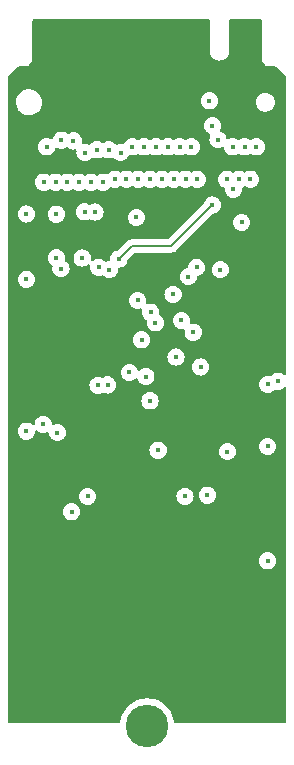
<source format=gbr>
%TF.GenerationSoftware,KiCad,Pcbnew,7.0.5*%
%TF.CreationDate,2023-08-28T16:34:51-05:00*%
%TF.ProjectId,Chimera_0003_Hydra,4368696d-6572-4615-9f30-3030335f4879,rev?*%
%TF.SameCoordinates,Original*%
%TF.FileFunction,Copper,L2,Inr*%
%TF.FilePolarity,Positive*%
%FSLAX46Y46*%
G04 Gerber Fmt 4.6, Leading zero omitted, Abs format (unit mm)*
G04 Created by KiCad (PCBNEW 7.0.5) date 2023-08-28 16:34:51*
%MOMM*%
%LPD*%
G01*
G04 APERTURE LIST*
%TA.AperFunction,ComponentPad*%
%ADD10C,3.600000*%
%TD*%
%TA.AperFunction,ViaPad*%
%ADD11C,0.450000*%
%TD*%
%TA.AperFunction,Conductor*%
%ADD12C,0.127000*%
%TD*%
G04 APERTURE END LIST*
D10*
%TO.N,N/C*%
%TO.C,H2*%
X112500000Y-149900000D03*
%TD*%
D11*
%TO.N,Net-(CN1-1-Pad11)*%
X119250000Y-103650000D03*
X114700000Y-113400000D03*
%TO.N,Net-(CN1-20-Pad21)*%
X116750000Y-103650000D03*
%TO.N,Net-(CN1-20-Pad23)*%
X116400000Y-116600000D03*
X116250000Y-100900000D03*
X123588400Y-120749500D03*
%TO.N,Net-(CN1-20-Pad25)*%
X102270100Y-124978900D03*
X115750000Y-103650000D03*
%TO.N,Net-(CN1-20-Pad27)*%
X104906000Y-125100000D03*
X115400000Y-115600000D03*
X115250000Y-100900000D03*
%TO.N,Net-(CN1-1-Pad66)*%
X105750000Y-103900000D03*
%TO.N,Net-(CN1-20-Pad33)*%
X113750000Y-103650000D03*
%TO.N,Net-(CN1-20-Pad35)*%
X117600000Y-130400000D03*
X113250000Y-100900000D03*
X113430900Y-126585300D03*
%TO.N,Net-(CN1-20-Pad37)*%
X119298800Y-126707700D03*
X112750000Y-103650000D03*
X112745900Y-122410100D03*
%TO.N,Net-(CN1-1-Pad5)*%
X108347000Y-121100000D03*
X120750000Y-100900000D03*
%TO.N,Net-(CN1-20-Pad39)*%
X122710000Y-126274200D03*
X112250000Y-100900000D03*
X112388500Y-120368500D03*
%TO.N,Net-(CN1-1-Pad69)*%
X104750000Y-103900000D03*
%TO.N,Net-(CN1-1-Pad71)*%
X104000000Y-100900000D03*
%TO.N,Net-(CN1-1-Pad73)*%
X122710000Y-135958400D03*
X103750000Y-103900000D03*
%TO.N,Net-(CN1-20-Pad41)*%
X111750000Y-103650000D03*
X102280000Y-112115300D03*
%TO.N,+3V3*%
X121750000Y-100900000D03*
X118700000Y-111300000D03*
X103700000Y-124400000D03*
%TO.N,Net-(CN1-20-Pad43)*%
X111250000Y-100900000D03*
X104820000Y-110300000D03*
%TO.N,Net-(CN1-20-Pad45)*%
X110750000Y-103650000D03*
X108080200Y-106420600D03*
%TO.N,Net-(CN1-20-Pad47)*%
X110250000Y-101400000D03*
%TO.N,Net-(CN1-20-Pad49)*%
X109750000Y-103650000D03*
%TO.N,Net-(CN1-20-Pad51)*%
X109250000Y-101150000D03*
X107200000Y-106400000D03*
%TO.N,Net-(CN1-20-Pad53)*%
X108750000Y-103900000D03*
X104820000Y-106605500D03*
%TO.N,Net-(CN1-20-Pad55)*%
X102280000Y-106598700D03*
X108250000Y-101150000D03*
%TO.N,Net-(CN1-20-Pad57)*%
X107750000Y-103900000D03*
X111000000Y-120000000D03*
X122710000Y-121009100D03*
%TO.N,Net-(CN1-20-Pad59)*%
X116684900Y-111100000D03*
X109300000Y-111300000D03*
X107250000Y-101400000D03*
%TO.N,Net-(CN1-20-Pad61)*%
X108400000Y-111100000D03*
X115990000Y-111900000D03*
X106750000Y-103900000D03*
%TO.N,Net-(CN1-1-Pad67)*%
X105250000Y-100339000D03*
%TO.N,Net-(CN1-1-Pad7)*%
X120250000Y-103650000D03*
X112031100Y-117247000D03*
%TO.N,Net-(CN1-20-Pad63)*%
X113200000Y-115800000D03*
X106250000Y-100400000D03*
X107002300Y-110313700D03*
%TO.N,Net-(CN1-1-Pad9)*%
X119802500Y-104500000D03*
X112800000Y-114900000D03*
X119750000Y-100900000D03*
%TO.N,GND*%
X104900000Y-135800000D03*
X122500000Y-111600000D03*
X102800000Y-103900000D03*
X122100000Y-94800000D03*
X123622000Y-108325000D03*
%TO.N,+5V*%
X118022000Y-105825000D03*
X111700000Y-113900000D03*
X106100000Y-131800000D03*
X121250000Y-103650000D03*
X110100000Y-110400000D03*
%TO.N,Net-(CN1-20-Pad29)*%
X114750000Y-103650000D03*
X105199500Y-111206400D03*
%TO.N,Net-(CN1-20-Pad31)*%
X109160550Y-121060550D03*
X114944800Y-118700000D03*
X114250000Y-100900000D03*
%TO.N,4*%
X107460000Y-130500000D03*
X120500000Y-107300000D03*
%TO.N,6*%
X111582100Y-106869100D03*
X118500000Y-100300100D03*
%TO.N,8*%
X117026400Y-119546100D03*
X115700000Y-130500000D03*
%TO.N,20*%
X117780300Y-97004200D03*
X118026200Y-99117800D03*
%TD*%
D12*
%TO.N,+5V*%
X114547000Y-109300000D02*
X111200000Y-109300000D01*
X111200000Y-109300000D02*
X110100000Y-110400000D01*
X118022000Y-105825000D02*
X114547000Y-109300000D01*
%TD*%
%TA.AperFunction,Conductor*%
%TO.N,GND*%
G36*
X117767539Y-90120185D02*
G01*
X117813294Y-90172989D01*
X117824500Y-90224500D01*
X117824500Y-92760118D01*
X117824500Y-92800000D01*
X117824500Y-92884136D01*
X117859486Y-93048731D01*
X117927928Y-93202455D01*
X118026836Y-93338589D01*
X118026837Y-93338590D01*
X118026838Y-93338591D01*
X118026840Y-93338594D01*
X118102907Y-93407084D01*
X118151886Y-93451185D01*
X118297614Y-93535321D01*
X118297616Y-93535321D01*
X118297619Y-93535323D01*
X118353464Y-93553467D01*
X118457650Y-93587320D01*
X118625000Y-93604909D01*
X118792350Y-93587320D01*
X118952386Y-93535321D01*
X119098114Y-93451185D01*
X119199254Y-93360118D01*
X119223159Y-93338594D01*
X119223159Y-93338592D01*
X119223164Y-93338589D01*
X119322072Y-93202455D01*
X119390514Y-93048731D01*
X119425500Y-92884136D01*
X119425500Y-92800000D01*
X119425500Y-92760118D01*
X119425500Y-92735456D01*
X119425499Y-92735450D01*
X119425500Y-90224500D01*
X119445185Y-90157460D01*
X119497989Y-90111706D01*
X119549500Y-90100500D01*
X122100500Y-90100500D01*
X122167539Y-90120185D01*
X122213294Y-90172989D01*
X122224500Y-90224500D01*
X122224500Y-93360118D01*
X122224500Y-93400000D01*
X122224500Y-93468993D01*
X122224500Y-93468995D01*
X122224499Y-93468995D01*
X122251418Y-93604322D01*
X122251421Y-93604332D01*
X122304221Y-93731804D01*
X122304228Y-93731817D01*
X122380885Y-93846541D01*
X122380888Y-93846545D01*
X122478454Y-93944111D01*
X122478458Y-93944114D01*
X122593182Y-94020771D01*
X122593195Y-94020778D01*
X122720667Y-94073578D01*
X122720672Y-94073580D01*
X122720676Y-94073580D01*
X122720677Y-94073581D01*
X122856004Y-94100500D01*
X122856007Y-94100500D01*
X122902410Y-94100500D01*
X123365589Y-94100500D01*
X123432628Y-94120185D01*
X123453270Y-94136819D01*
X124263181Y-94946730D01*
X124296666Y-95008053D01*
X124299500Y-95034411D01*
X124299500Y-120135225D01*
X124279815Y-120202264D01*
X124227011Y-120248019D01*
X124157853Y-120257963D01*
X124094297Y-120228938D01*
X124087820Y-120222907D01*
X124043605Y-120178693D01*
X124043604Y-120178692D01*
X123905174Y-120091710D01*
X123750855Y-120037712D01*
X123588404Y-120019409D01*
X123588396Y-120019409D01*
X123425944Y-120037712D01*
X123271625Y-120091710D01*
X123133197Y-120178691D01*
X123032830Y-120279058D01*
X122971507Y-120312542D01*
X122904195Y-120308418D01*
X122872458Y-120297313D01*
X122710004Y-120279009D01*
X122709996Y-120279009D01*
X122547544Y-120297312D01*
X122393225Y-120351310D01*
X122254795Y-120438292D01*
X122139192Y-120553895D01*
X122052210Y-120692325D01*
X121998212Y-120846644D01*
X121979909Y-121009096D01*
X121979909Y-121009103D01*
X121998212Y-121171555D01*
X122052210Y-121325874D01*
X122137296Y-121461286D01*
X122139192Y-121464304D01*
X122254796Y-121579908D01*
X122393225Y-121666889D01*
X122547539Y-121720886D01*
X122547542Y-121720886D01*
X122547544Y-121720887D01*
X122709996Y-121739191D01*
X122710000Y-121739191D01*
X122710004Y-121739191D01*
X122872455Y-121720887D01*
X122872456Y-121720886D01*
X122872461Y-121720886D01*
X123026775Y-121666889D01*
X123165204Y-121579908D01*
X123265570Y-121479542D01*
X123326893Y-121446057D01*
X123394206Y-121450182D01*
X123425942Y-121461287D01*
X123588396Y-121479591D01*
X123588400Y-121479591D01*
X123588404Y-121479591D01*
X123750855Y-121461287D01*
X123750856Y-121461286D01*
X123750861Y-121461286D01*
X123905175Y-121407289D01*
X124043604Y-121320308D01*
X124087818Y-121276093D01*
X124149142Y-121242608D01*
X124218834Y-121247592D01*
X124274767Y-121289464D01*
X124299184Y-121354928D01*
X124299500Y-121363774D01*
X124299500Y-149575500D01*
X124279815Y-149642539D01*
X124227011Y-149688294D01*
X124175500Y-149699500D01*
X114907452Y-149699500D01*
X114840413Y-149679815D01*
X114794658Y-149627011D01*
X114785835Y-149599692D01*
X114771121Y-149525723D01*
X114726880Y-149303309D01*
X114629945Y-149017748D01*
X114496566Y-148747282D01*
X114329025Y-148496539D01*
X114130189Y-148269810D01*
X113903459Y-148070973D01*
X113652720Y-147903435D01*
X113652713Y-147903431D01*
X113382268Y-147770062D01*
X113382247Y-147770053D01*
X113096698Y-147673122D01*
X113096692Y-147673120D01*
X113096691Y-147673120D01*
X113096689Y-147673119D01*
X113096683Y-147673118D01*
X112800930Y-147614288D01*
X112800921Y-147614287D01*
X112800920Y-147614287D01*
X112500000Y-147594564D01*
X112499999Y-147594564D01*
X112349540Y-147604425D01*
X112199080Y-147614287D01*
X112199079Y-147614287D01*
X112199069Y-147614288D01*
X111903316Y-147673118D01*
X111903301Y-147673122D01*
X111617752Y-147770053D01*
X111617731Y-147770062D01*
X111347286Y-147903431D01*
X111347279Y-147903435D01*
X111096540Y-148070973D01*
X110869810Y-148269810D01*
X110670973Y-148496540D01*
X110503435Y-148747279D01*
X110503431Y-148747286D01*
X110370062Y-149017731D01*
X110370053Y-149017752D01*
X110273122Y-149303301D01*
X110273119Y-149303313D01*
X110214165Y-149599692D01*
X110181780Y-149661603D01*
X110121064Y-149696177D01*
X110092548Y-149699500D01*
X100824500Y-149699500D01*
X100757461Y-149679815D01*
X100711706Y-149627011D01*
X100700500Y-149575500D01*
X100700500Y-135958403D01*
X121979909Y-135958403D01*
X121998212Y-136120855D01*
X122052210Y-136275174D01*
X122052211Y-136275175D01*
X122139192Y-136413604D01*
X122254796Y-136529208D01*
X122393225Y-136616189D01*
X122547539Y-136670186D01*
X122547542Y-136670186D01*
X122547544Y-136670187D01*
X122709996Y-136688491D01*
X122710000Y-136688491D01*
X122710004Y-136688491D01*
X122872455Y-136670187D01*
X122872456Y-136670186D01*
X122872461Y-136670186D01*
X123026775Y-136616189D01*
X123165204Y-136529208D01*
X123280808Y-136413604D01*
X123367789Y-136275175D01*
X123421786Y-136120861D01*
X123440091Y-135958400D01*
X123421786Y-135795939D01*
X123367789Y-135641625D01*
X123280808Y-135503196D01*
X123165204Y-135387592D01*
X123165204Y-135387591D01*
X123026774Y-135300610D01*
X122872455Y-135246612D01*
X122710004Y-135228309D01*
X122709996Y-135228309D01*
X122547544Y-135246612D01*
X122393225Y-135300610D01*
X122254795Y-135387592D01*
X122139192Y-135503195D01*
X122052210Y-135641625D01*
X121998212Y-135795944D01*
X121979909Y-135958396D01*
X121979909Y-135958403D01*
X100700500Y-135958403D01*
X100700500Y-131800003D01*
X105369909Y-131800003D01*
X105388212Y-131962455D01*
X105442210Y-132116774D01*
X105442211Y-132116775D01*
X105529192Y-132255204D01*
X105644796Y-132370808D01*
X105783225Y-132457789D01*
X105937539Y-132511786D01*
X105937542Y-132511786D01*
X105937544Y-132511787D01*
X106099996Y-132530091D01*
X106100000Y-132530091D01*
X106100004Y-132530091D01*
X106262455Y-132511787D01*
X106262456Y-132511786D01*
X106262461Y-132511786D01*
X106416775Y-132457789D01*
X106555204Y-132370808D01*
X106670808Y-132255204D01*
X106757789Y-132116775D01*
X106811786Y-131962461D01*
X106830091Y-131800000D01*
X106811786Y-131637539D01*
X106757789Y-131483225D01*
X106670808Y-131344796D01*
X106555204Y-131229192D01*
X106527503Y-131211786D01*
X106416774Y-131142210D01*
X106262455Y-131088212D01*
X106100004Y-131069909D01*
X106099996Y-131069909D01*
X105937544Y-131088212D01*
X105783225Y-131142210D01*
X105644795Y-131229192D01*
X105529192Y-131344795D01*
X105442210Y-131483225D01*
X105388212Y-131637544D01*
X105369909Y-131799996D01*
X105369909Y-131800003D01*
X100700500Y-131800003D01*
X100700500Y-130500003D01*
X106729909Y-130500003D01*
X106748212Y-130662455D01*
X106802210Y-130816774D01*
X106889192Y-130955203D01*
X106889192Y-130955204D01*
X107004796Y-131070808D01*
X107143225Y-131157789D01*
X107297539Y-131211786D01*
X107297542Y-131211786D01*
X107297544Y-131211787D01*
X107459996Y-131230091D01*
X107460000Y-131230091D01*
X107460004Y-131230091D01*
X107622455Y-131211787D01*
X107622456Y-131211786D01*
X107622461Y-131211786D01*
X107776775Y-131157789D01*
X107915204Y-131070808D01*
X108030808Y-130955204D01*
X108117789Y-130816775D01*
X108171786Y-130662461D01*
X108171787Y-130662455D01*
X108190091Y-130500003D01*
X114969909Y-130500003D01*
X114988212Y-130662455D01*
X115042210Y-130816774D01*
X115129192Y-130955204D01*
X115244796Y-131070808D01*
X115383225Y-131157789D01*
X115537539Y-131211786D01*
X115537542Y-131211786D01*
X115537544Y-131211787D01*
X115699996Y-131230091D01*
X115700000Y-131230091D01*
X115700004Y-131230091D01*
X115862455Y-131211787D01*
X115862456Y-131211786D01*
X115862461Y-131211786D01*
X116016775Y-131157789D01*
X116155204Y-131070808D01*
X116270808Y-130955204D01*
X116357789Y-130816775D01*
X116411786Y-130662461D01*
X116411787Y-130662455D01*
X116430091Y-130500003D01*
X116430091Y-130499996D01*
X116418824Y-130400003D01*
X116869909Y-130400003D01*
X116888212Y-130562455D01*
X116942210Y-130716774D01*
X116942211Y-130716775D01*
X117029192Y-130855204D01*
X117144796Y-130970808D01*
X117283225Y-131057789D01*
X117437539Y-131111786D01*
X117437542Y-131111786D01*
X117437544Y-131111787D01*
X117599996Y-131130091D01*
X117600000Y-131130091D01*
X117600004Y-131130091D01*
X117762455Y-131111787D01*
X117762456Y-131111786D01*
X117762461Y-131111786D01*
X117916775Y-131057789D01*
X118055204Y-130970808D01*
X118170808Y-130855204D01*
X118257789Y-130716775D01*
X118311786Y-130562461D01*
X118311787Y-130562455D01*
X118330091Y-130400003D01*
X118330091Y-130399996D01*
X118311787Y-130237544D01*
X118311786Y-130237542D01*
X118311786Y-130237539D01*
X118257789Y-130083225D01*
X118170808Y-129944796D01*
X118055204Y-129829192D01*
X117960856Y-129769909D01*
X117916774Y-129742210D01*
X117762455Y-129688212D01*
X117600004Y-129669909D01*
X117599996Y-129669909D01*
X117437544Y-129688212D01*
X117283225Y-129742210D01*
X117144795Y-129829192D01*
X117029192Y-129944795D01*
X116942210Y-130083225D01*
X116888212Y-130237544D01*
X116869909Y-130399996D01*
X116869909Y-130400003D01*
X116418824Y-130400003D01*
X116411787Y-130337544D01*
X116411786Y-130337542D01*
X116411786Y-130337539D01*
X116357789Y-130183225D01*
X116270808Y-130044796D01*
X116155204Y-129929192D01*
X116155204Y-129929191D01*
X116016774Y-129842210D01*
X115862455Y-129788212D01*
X115700004Y-129769909D01*
X115699996Y-129769909D01*
X115537544Y-129788212D01*
X115383225Y-129842210D01*
X115244795Y-129929192D01*
X115129192Y-130044795D01*
X115042210Y-130183225D01*
X114988212Y-130337544D01*
X114969909Y-130499996D01*
X114969909Y-130500003D01*
X108190091Y-130500003D01*
X108190091Y-130499996D01*
X108171787Y-130337544D01*
X108171786Y-130337542D01*
X108171786Y-130337539D01*
X108117789Y-130183225D01*
X108030808Y-130044796D01*
X107915204Y-129929192D01*
X107915204Y-129929191D01*
X107776774Y-129842210D01*
X107622455Y-129788212D01*
X107460004Y-129769909D01*
X107459996Y-129769909D01*
X107297544Y-129788212D01*
X107143225Y-129842210D01*
X107004795Y-129929192D01*
X106889192Y-130044795D01*
X106802210Y-130183225D01*
X106748212Y-130337544D01*
X106729909Y-130499996D01*
X106729909Y-130500003D01*
X100700500Y-130500003D01*
X100700500Y-126585303D01*
X112700809Y-126585303D01*
X112719112Y-126747755D01*
X112773110Y-126902074D01*
X112837338Y-127004291D01*
X112860092Y-127040504D01*
X112975696Y-127156108D01*
X113114125Y-127243089D01*
X113268439Y-127297086D01*
X113268442Y-127297086D01*
X113268444Y-127297087D01*
X113430896Y-127315391D01*
X113430900Y-127315391D01*
X113430904Y-127315391D01*
X113593355Y-127297087D01*
X113593356Y-127297086D01*
X113593361Y-127297086D01*
X113747675Y-127243089D01*
X113886104Y-127156108D01*
X114001708Y-127040504D01*
X114088689Y-126902075D01*
X114142686Y-126747761D01*
X114142687Y-126747755D01*
X114147200Y-126707703D01*
X118568709Y-126707703D01*
X118587012Y-126870155D01*
X118641010Y-127024474D01*
X118723721Y-127156107D01*
X118727992Y-127162904D01*
X118843596Y-127278508D01*
X118982025Y-127365489D01*
X119136339Y-127419486D01*
X119136342Y-127419486D01*
X119136344Y-127419487D01*
X119298796Y-127437791D01*
X119298800Y-127437791D01*
X119298804Y-127437791D01*
X119461255Y-127419487D01*
X119461256Y-127419486D01*
X119461261Y-127419486D01*
X119615575Y-127365489D01*
X119754004Y-127278508D01*
X119869608Y-127162904D01*
X119956589Y-127024475D01*
X120010586Y-126870161D01*
X120013420Y-126845008D01*
X120028891Y-126707703D01*
X120028891Y-126707696D01*
X120010587Y-126545244D01*
X120010586Y-126545242D01*
X120010586Y-126545239D01*
X119956589Y-126390925D01*
X119883247Y-126274203D01*
X121979909Y-126274203D01*
X121998212Y-126436655D01*
X122052210Y-126590974D01*
X122052211Y-126590975D01*
X122139192Y-126729404D01*
X122254796Y-126845008D01*
X122393225Y-126931989D01*
X122547539Y-126985986D01*
X122547542Y-126985986D01*
X122547544Y-126985987D01*
X122709996Y-127004291D01*
X122710000Y-127004291D01*
X122710004Y-127004291D01*
X122872455Y-126985987D01*
X122872456Y-126985986D01*
X122872461Y-126985986D01*
X123026775Y-126931989D01*
X123165204Y-126845008D01*
X123280808Y-126729404D01*
X123367789Y-126590975D01*
X123421786Y-126436661D01*
X123423343Y-126422844D01*
X123440091Y-126274203D01*
X123440091Y-126274196D01*
X123421787Y-126111744D01*
X123421786Y-126111742D01*
X123421786Y-126111739D01*
X123367789Y-125957425D01*
X123280808Y-125818996D01*
X123165204Y-125703392D01*
X123113347Y-125670808D01*
X123026774Y-125616410D01*
X122872455Y-125562412D01*
X122710004Y-125544109D01*
X122709996Y-125544109D01*
X122547544Y-125562412D01*
X122393225Y-125616410D01*
X122254795Y-125703392D01*
X122139192Y-125818995D01*
X122052210Y-125957425D01*
X121998212Y-126111744D01*
X121979909Y-126274196D01*
X121979909Y-126274203D01*
X119883247Y-126274203D01*
X119869608Y-126252496D01*
X119754004Y-126136892D01*
X119713981Y-126111744D01*
X119615574Y-126049910D01*
X119461255Y-125995912D01*
X119298804Y-125977609D01*
X119298796Y-125977609D01*
X119136344Y-125995912D01*
X118982025Y-126049910D01*
X118843595Y-126136892D01*
X118727992Y-126252495D01*
X118641010Y-126390925D01*
X118587012Y-126545244D01*
X118568709Y-126707696D01*
X118568709Y-126707703D01*
X114147200Y-126707703D01*
X114160991Y-126585303D01*
X114160991Y-126585296D01*
X114142687Y-126422844D01*
X114142686Y-126422842D01*
X114142686Y-126422839D01*
X114088689Y-126268525D01*
X114001708Y-126130096D01*
X113886104Y-126014492D01*
X113886103Y-126014491D01*
X113747674Y-125927510D01*
X113593355Y-125873512D01*
X113430904Y-125855209D01*
X113430896Y-125855209D01*
X113268444Y-125873512D01*
X113114125Y-125927510D01*
X112975695Y-126014492D01*
X112860092Y-126130095D01*
X112773110Y-126268525D01*
X112719112Y-126422844D01*
X112700809Y-126585296D01*
X112700809Y-126585303D01*
X100700500Y-126585303D01*
X100700500Y-124978903D01*
X101540009Y-124978903D01*
X101558312Y-125141355D01*
X101612310Y-125295674D01*
X101612311Y-125295675D01*
X101699292Y-125434104D01*
X101814896Y-125549708D01*
X101953325Y-125636689D01*
X102107639Y-125690686D01*
X102107642Y-125690686D01*
X102107644Y-125690687D01*
X102270096Y-125708991D01*
X102270100Y-125708991D01*
X102270104Y-125708991D01*
X102432555Y-125690687D01*
X102432556Y-125690686D01*
X102432561Y-125690686D01*
X102586875Y-125636689D01*
X102725304Y-125549708D01*
X102840908Y-125434104D01*
X102927889Y-125295675D01*
X102981886Y-125141361D01*
X102996950Y-125007659D01*
X103024016Y-124943247D01*
X103081610Y-124903692D01*
X103151447Y-124901553D01*
X103207851Y-124933863D01*
X103244796Y-124970808D01*
X103383225Y-125057789D01*
X103537539Y-125111786D01*
X103537542Y-125111786D01*
X103537544Y-125111787D01*
X103699996Y-125130091D01*
X103700000Y-125130091D01*
X103700004Y-125130091D01*
X103862454Y-125111787D01*
X103862454Y-125111786D01*
X103862461Y-125111786D01*
X104016775Y-125057789D01*
X104016775Y-125057788D01*
X104018532Y-125057174D01*
X104088310Y-125053613D01*
X104148938Y-125088342D01*
X104181165Y-125150335D01*
X104182706Y-125160332D01*
X104194212Y-125262455D01*
X104248210Y-125416774D01*
X104331738Y-125549707D01*
X104335192Y-125555204D01*
X104450796Y-125670808D01*
X104589225Y-125757789D01*
X104743539Y-125811786D01*
X104743542Y-125811786D01*
X104743544Y-125811787D01*
X104905996Y-125830091D01*
X104906000Y-125830091D01*
X104906004Y-125830091D01*
X105068455Y-125811787D01*
X105068456Y-125811786D01*
X105068461Y-125811786D01*
X105222775Y-125757789D01*
X105361204Y-125670808D01*
X105476808Y-125555204D01*
X105563789Y-125416775D01*
X105617786Y-125262461D01*
X105617787Y-125262455D01*
X105636091Y-125100003D01*
X105636091Y-125099996D01*
X105617787Y-124937544D01*
X105617786Y-124937542D01*
X105617786Y-124937539D01*
X105563789Y-124783225D01*
X105476808Y-124644796D01*
X105361204Y-124529192D01*
X105352456Y-124523695D01*
X105222774Y-124442210D01*
X105068455Y-124388212D01*
X104906004Y-124369909D01*
X104905996Y-124369909D01*
X104743544Y-124388212D01*
X104587467Y-124442825D01*
X104517688Y-124446386D01*
X104457061Y-124411657D01*
X104424834Y-124349663D01*
X104423293Y-124339666D01*
X104411787Y-124237544D01*
X104411786Y-124237542D01*
X104411786Y-124237539D01*
X104357789Y-124083225D01*
X104270808Y-123944796D01*
X104155204Y-123829192D01*
X104016774Y-123742210D01*
X103862455Y-123688212D01*
X103700004Y-123669909D01*
X103699996Y-123669909D01*
X103537544Y-123688212D01*
X103383225Y-123742210D01*
X103244795Y-123829192D01*
X103129192Y-123944795D01*
X103042210Y-124083225D01*
X102988212Y-124237544D01*
X102973149Y-124371239D01*
X102946083Y-124435653D01*
X102888488Y-124475208D01*
X102818651Y-124477345D01*
X102762248Y-124445036D01*
X102725304Y-124408092D01*
X102586874Y-124321110D01*
X102432555Y-124267112D01*
X102270104Y-124248809D01*
X102270096Y-124248809D01*
X102107644Y-124267112D01*
X101953325Y-124321110D01*
X101814895Y-124408092D01*
X101699292Y-124523695D01*
X101612310Y-124662125D01*
X101558312Y-124816444D01*
X101540009Y-124978896D01*
X101540009Y-124978903D01*
X100700500Y-124978903D01*
X100700500Y-122410103D01*
X112015809Y-122410103D01*
X112034112Y-122572555D01*
X112088110Y-122726874D01*
X112088111Y-122726875D01*
X112175092Y-122865304D01*
X112290696Y-122980908D01*
X112429125Y-123067889D01*
X112583439Y-123121886D01*
X112583442Y-123121886D01*
X112583444Y-123121887D01*
X112745896Y-123140191D01*
X112745900Y-123140191D01*
X112745904Y-123140191D01*
X112908355Y-123121887D01*
X112908356Y-123121886D01*
X112908361Y-123121886D01*
X113062675Y-123067889D01*
X113201104Y-122980908D01*
X113316708Y-122865304D01*
X113403689Y-122726875D01*
X113457686Y-122572561D01*
X113475991Y-122410100D01*
X113457686Y-122247639D01*
X113403689Y-122093325D01*
X113316708Y-121954896D01*
X113201104Y-121839292D01*
X113123677Y-121790641D01*
X113062674Y-121752310D01*
X112908355Y-121698312D01*
X112745904Y-121680009D01*
X112745896Y-121680009D01*
X112583444Y-121698312D01*
X112429125Y-121752310D01*
X112290695Y-121839292D01*
X112175092Y-121954895D01*
X112088110Y-122093325D01*
X112034112Y-122247644D01*
X112015809Y-122410096D01*
X112015809Y-122410103D01*
X100700500Y-122410103D01*
X100700500Y-121100003D01*
X107616909Y-121100003D01*
X107635212Y-121262455D01*
X107689210Y-121416774D01*
X107728650Y-121479542D01*
X107776192Y-121555204D01*
X107891796Y-121670808D01*
X108030225Y-121757789D01*
X108184539Y-121811786D01*
X108184542Y-121811786D01*
X108184544Y-121811787D01*
X108346996Y-121830091D01*
X108347000Y-121830091D01*
X108347004Y-121830091D01*
X108509455Y-121811787D01*
X108509456Y-121811786D01*
X108509461Y-121811786D01*
X108663775Y-121757789D01*
X108719389Y-121722844D01*
X108786623Y-121703844D01*
X108839162Y-121716118D01*
X108843774Y-121718338D01*
X108843775Y-121718339D01*
X108998089Y-121772336D01*
X108998092Y-121772336D01*
X108998094Y-121772337D01*
X109160546Y-121790641D01*
X109160550Y-121790641D01*
X109160554Y-121790641D01*
X109323005Y-121772337D01*
X109323006Y-121772336D01*
X109323011Y-121772336D01*
X109477325Y-121718339D01*
X109615754Y-121631358D01*
X109731358Y-121515754D01*
X109818339Y-121377325D01*
X109872336Y-121223011D01*
X109886196Y-121100000D01*
X109890641Y-121060553D01*
X109890641Y-121060546D01*
X109872337Y-120898094D01*
X109872336Y-120898092D01*
X109872336Y-120898089D01*
X109818339Y-120743775D01*
X109731358Y-120605346D01*
X109615754Y-120489742D01*
X109563176Y-120456705D01*
X109477324Y-120402760D01*
X109323005Y-120348762D01*
X109160554Y-120330459D01*
X109160546Y-120330459D01*
X108998094Y-120348762D01*
X108843774Y-120402761D01*
X108788158Y-120437706D01*
X108720921Y-120456705D01*
X108668386Y-120444431D01*
X108663776Y-120442211D01*
X108509455Y-120388212D01*
X108347004Y-120369909D01*
X108346996Y-120369909D01*
X108184544Y-120388212D01*
X108030225Y-120442210D01*
X107891795Y-120529192D01*
X107776192Y-120644795D01*
X107689210Y-120783225D01*
X107635212Y-120937544D01*
X107616909Y-121099996D01*
X107616909Y-121100003D01*
X100700500Y-121100003D01*
X100700500Y-120000003D01*
X110269909Y-120000003D01*
X110288212Y-120162455D01*
X110288213Y-120162460D01*
X110288214Y-120162461D01*
X110293894Y-120178693D01*
X110342210Y-120316774D01*
X110374712Y-120368500D01*
X110429192Y-120455204D01*
X110544796Y-120570808D01*
X110683225Y-120657789D01*
X110837539Y-120711786D01*
X110837542Y-120711786D01*
X110837544Y-120711787D01*
X110999996Y-120730091D01*
X111000000Y-120730091D01*
X111000004Y-120730091D01*
X111162455Y-120711787D01*
X111162456Y-120711786D01*
X111162461Y-120711786D01*
X111316775Y-120657789D01*
X111455204Y-120570808D01*
X111490081Y-120535930D01*
X111551401Y-120502446D01*
X111621093Y-120507430D01*
X111677027Y-120549300D01*
X111694802Y-120582657D01*
X111730709Y-120685272D01*
X111730711Y-120685275D01*
X111817692Y-120823704D01*
X111933296Y-120939308D01*
X112071725Y-121026289D01*
X112226039Y-121080286D01*
X112226042Y-121080286D01*
X112226044Y-121080287D01*
X112388496Y-121098591D01*
X112388500Y-121098591D01*
X112388504Y-121098591D01*
X112550955Y-121080287D01*
X112550956Y-121080286D01*
X112550961Y-121080286D01*
X112705275Y-121026289D01*
X112843704Y-120939308D01*
X112959308Y-120823704D01*
X113046289Y-120685275D01*
X113100286Y-120530961D01*
X113100287Y-120530955D01*
X113118591Y-120368503D01*
X113118591Y-120368496D01*
X113100287Y-120206044D01*
X113100286Y-120206042D01*
X113100286Y-120206039D01*
X113046289Y-120051725D01*
X112959308Y-119913296D01*
X112843704Y-119797692D01*
X112824843Y-119785841D01*
X112705274Y-119710710D01*
X112550955Y-119656712D01*
X112388504Y-119638409D01*
X112388496Y-119638409D01*
X112226044Y-119656712D01*
X112071725Y-119710710D01*
X111933295Y-119797692D01*
X111898418Y-119832569D01*
X111837095Y-119866054D01*
X111767403Y-119861068D01*
X111711470Y-119819196D01*
X111693696Y-119785841D01*
X111657789Y-119683225D01*
X111571629Y-119546103D01*
X116296309Y-119546103D01*
X116314612Y-119708555D01*
X116368610Y-119862874D01*
X116454770Y-119999996D01*
X116455592Y-120001304D01*
X116571196Y-120116908D01*
X116709625Y-120203889D01*
X116863939Y-120257886D01*
X116863942Y-120257886D01*
X116863944Y-120257887D01*
X117026396Y-120276191D01*
X117026400Y-120276191D01*
X117026404Y-120276191D01*
X117188855Y-120257887D01*
X117188856Y-120257886D01*
X117188861Y-120257886D01*
X117343175Y-120203889D01*
X117481604Y-120116908D01*
X117597208Y-120001304D01*
X117684189Y-119862875D01*
X117738186Y-119708561D01*
X117744028Y-119656712D01*
X117756491Y-119546103D01*
X117756491Y-119546096D01*
X117738187Y-119383644D01*
X117738186Y-119383642D01*
X117738186Y-119383639D01*
X117684189Y-119229325D01*
X117597208Y-119090896D01*
X117481604Y-118975292D01*
X117481604Y-118975291D01*
X117343174Y-118888310D01*
X117188855Y-118834312D01*
X117026404Y-118816009D01*
X117026396Y-118816009D01*
X116863944Y-118834312D01*
X116709625Y-118888310D01*
X116571195Y-118975292D01*
X116455592Y-119090895D01*
X116368610Y-119229325D01*
X116314612Y-119383644D01*
X116296309Y-119546096D01*
X116296309Y-119546103D01*
X111571629Y-119546103D01*
X111571627Y-119546100D01*
X111570808Y-119544796D01*
X111455204Y-119429192D01*
X111382707Y-119383639D01*
X111316774Y-119342210D01*
X111162455Y-119288212D01*
X111000004Y-119269909D01*
X110999996Y-119269909D01*
X110837544Y-119288212D01*
X110683225Y-119342210D01*
X110544795Y-119429192D01*
X110429192Y-119544795D01*
X110342210Y-119683225D01*
X110288212Y-119837544D01*
X110269909Y-119999996D01*
X110269909Y-120000003D01*
X100700500Y-120000003D01*
X100700500Y-118700003D01*
X114214709Y-118700003D01*
X114233012Y-118862455D01*
X114287010Y-119016774D01*
X114287011Y-119016775D01*
X114373992Y-119155204D01*
X114489596Y-119270808D01*
X114628025Y-119357789D01*
X114782339Y-119411786D01*
X114782342Y-119411786D01*
X114782344Y-119411787D01*
X114944796Y-119430091D01*
X114944800Y-119430091D01*
X114944804Y-119430091D01*
X115107255Y-119411787D01*
X115107256Y-119411786D01*
X115107261Y-119411786D01*
X115261575Y-119357789D01*
X115400004Y-119270808D01*
X115515608Y-119155204D01*
X115602589Y-119016775D01*
X115656586Y-118862461D01*
X115656587Y-118862455D01*
X115674891Y-118700003D01*
X115674891Y-118699996D01*
X115656587Y-118537544D01*
X115656586Y-118537542D01*
X115656586Y-118537539D01*
X115602589Y-118383225D01*
X115515608Y-118244796D01*
X115400004Y-118129192D01*
X115261574Y-118042210D01*
X115107255Y-117988212D01*
X114944804Y-117969909D01*
X114944796Y-117969909D01*
X114782344Y-117988212D01*
X114628025Y-118042210D01*
X114489595Y-118129192D01*
X114373992Y-118244795D01*
X114287010Y-118383225D01*
X114233012Y-118537544D01*
X114214709Y-118699996D01*
X114214709Y-118700003D01*
X100700500Y-118700003D01*
X100700500Y-117247003D01*
X111301009Y-117247003D01*
X111319312Y-117409455D01*
X111373310Y-117563774D01*
X111373311Y-117563775D01*
X111460292Y-117702204D01*
X111575896Y-117817808D01*
X111714325Y-117904789D01*
X111868639Y-117958786D01*
X111868642Y-117958786D01*
X111868644Y-117958787D01*
X112031096Y-117977091D01*
X112031100Y-117977091D01*
X112031104Y-117977091D01*
X112193555Y-117958787D01*
X112193556Y-117958786D01*
X112193561Y-117958786D01*
X112347875Y-117904789D01*
X112486304Y-117817808D01*
X112601908Y-117702204D01*
X112688889Y-117563775D01*
X112742886Y-117409461D01*
X112751829Y-117330091D01*
X112761191Y-117247003D01*
X112761191Y-117246996D01*
X112742887Y-117084544D01*
X112742886Y-117084542D01*
X112742886Y-117084539D01*
X112688889Y-116930225D01*
X112601908Y-116791796D01*
X112486304Y-116676192D01*
X112347874Y-116589210D01*
X112193555Y-116535212D01*
X112031104Y-116516909D01*
X112031096Y-116516909D01*
X111868644Y-116535212D01*
X111714325Y-116589210D01*
X111575895Y-116676192D01*
X111460292Y-116791795D01*
X111373310Y-116930225D01*
X111319312Y-117084544D01*
X111301009Y-117246996D01*
X111301009Y-117247003D01*
X100700500Y-117247003D01*
X100700500Y-113900003D01*
X110969909Y-113900003D01*
X110988212Y-114062455D01*
X111042210Y-114216774D01*
X111129192Y-114355204D01*
X111244796Y-114470808D01*
X111383225Y-114557789D01*
X111537539Y-114611786D01*
X111537542Y-114611786D01*
X111537544Y-114611787D01*
X111699996Y-114630091D01*
X111700000Y-114630091D01*
X111700004Y-114630091D01*
X111862453Y-114611787D01*
X111862453Y-114611786D01*
X111862461Y-114611786D01*
X111927234Y-114589120D01*
X111997010Y-114585560D01*
X112057638Y-114620289D01*
X112089865Y-114682282D01*
X112089077Y-114733756D01*
X112088212Y-114737542D01*
X112069909Y-114899996D01*
X112069909Y-114900003D01*
X112088212Y-115062455D01*
X112142210Y-115216774D01*
X112142211Y-115216775D01*
X112229192Y-115355204D01*
X112344796Y-115470808D01*
X112430304Y-115524536D01*
X112476594Y-115576869D01*
X112487551Y-115643412D01*
X112469909Y-115799996D01*
X112469909Y-115800003D01*
X112488212Y-115962455D01*
X112542210Y-116116774D01*
X112576162Y-116170808D01*
X112629192Y-116255204D01*
X112744796Y-116370808D01*
X112883225Y-116457789D01*
X113037539Y-116511786D01*
X113037542Y-116511786D01*
X113037544Y-116511787D01*
X113199996Y-116530091D01*
X113200000Y-116530091D01*
X113200004Y-116530091D01*
X113362455Y-116511787D01*
X113362456Y-116511786D01*
X113362461Y-116511786D01*
X113516775Y-116457789D01*
X113655204Y-116370808D01*
X113770808Y-116255204D01*
X113857789Y-116116775D01*
X113911786Y-115962461D01*
X113920152Y-115888212D01*
X113930091Y-115800003D01*
X113930091Y-115799996D01*
X113911787Y-115637544D01*
X113911786Y-115637542D01*
X113911786Y-115637539D01*
X113898652Y-115600003D01*
X114669909Y-115600003D01*
X114688212Y-115762455D01*
X114742210Y-115916774D01*
X114829192Y-116055204D01*
X114944796Y-116170808D01*
X115083225Y-116257789D01*
X115237539Y-116311786D01*
X115237542Y-116311786D01*
X115237544Y-116311787D01*
X115399996Y-116330091D01*
X115400000Y-116330091D01*
X115400003Y-116330091D01*
X115549667Y-116313228D01*
X115618489Y-116325282D01*
X115669869Y-116372632D01*
X115687493Y-116440242D01*
X115686771Y-116450331D01*
X115669909Y-116599995D01*
X115669909Y-116600003D01*
X115688212Y-116762455D01*
X115742210Y-116916774D01*
X115742211Y-116916775D01*
X115829192Y-117055204D01*
X115944796Y-117170808D01*
X116083225Y-117257789D01*
X116237539Y-117311786D01*
X116237542Y-117311786D01*
X116237544Y-117311787D01*
X116399996Y-117330091D01*
X116400000Y-117330091D01*
X116400004Y-117330091D01*
X116562455Y-117311787D01*
X116562456Y-117311786D01*
X116562461Y-117311786D01*
X116716775Y-117257789D01*
X116855204Y-117170808D01*
X116970808Y-117055204D01*
X117057789Y-116916775D01*
X117111786Y-116762461D01*
X117111787Y-116762455D01*
X117130091Y-116600003D01*
X117130091Y-116599996D01*
X117111787Y-116437544D01*
X117111786Y-116437542D01*
X117111786Y-116437539D01*
X117057789Y-116283225D01*
X116970808Y-116144796D01*
X116855204Y-116029192D01*
X116748993Y-115962455D01*
X116716774Y-115942210D01*
X116562455Y-115888212D01*
X116400004Y-115869909D01*
X116399996Y-115869909D01*
X116250331Y-115886771D01*
X116181509Y-115874716D01*
X116130130Y-115827367D01*
X116112506Y-115759756D01*
X116113228Y-115749667D01*
X116130091Y-115600002D01*
X116130091Y-115599996D01*
X116111787Y-115437544D01*
X116111786Y-115437542D01*
X116111786Y-115437539D01*
X116057789Y-115283225D01*
X115970808Y-115144796D01*
X115855204Y-115029192D01*
X115716774Y-114942210D01*
X115562455Y-114888212D01*
X115400004Y-114869909D01*
X115399996Y-114869909D01*
X115237544Y-114888212D01*
X115083225Y-114942210D01*
X114944795Y-115029192D01*
X114829192Y-115144795D01*
X114742210Y-115283225D01*
X114688212Y-115437544D01*
X114669909Y-115599996D01*
X114669909Y-115600003D01*
X113898652Y-115600003D01*
X113857789Y-115483225D01*
X113770808Y-115344796D01*
X113655204Y-115229192D01*
X113635441Y-115216774D01*
X113569695Y-115175462D01*
X113523404Y-115123127D01*
X113512448Y-115056585D01*
X113530091Y-114900002D01*
X113530091Y-114899996D01*
X113511787Y-114737544D01*
X113511786Y-114737542D01*
X113511786Y-114737539D01*
X113457789Y-114583225D01*
X113370808Y-114444796D01*
X113255204Y-114329192D01*
X113116774Y-114242210D01*
X112962455Y-114188212D01*
X112800004Y-114169909D01*
X112799996Y-114169909D01*
X112637543Y-114188212D01*
X112572766Y-114210878D01*
X112502987Y-114214439D01*
X112442360Y-114179709D01*
X112410134Y-114117715D01*
X112410925Y-114066230D01*
X112411782Y-114062471D01*
X112411786Y-114062461D01*
X112430091Y-113900000D01*
X112411786Y-113737539D01*
X112357789Y-113583225D01*
X112270808Y-113444796D01*
X112226015Y-113400003D01*
X113969909Y-113400003D01*
X113988212Y-113562455D01*
X114042210Y-113716774D01*
X114042211Y-113716775D01*
X114129192Y-113855204D01*
X114244796Y-113970808D01*
X114383225Y-114057789D01*
X114537539Y-114111786D01*
X114537542Y-114111786D01*
X114537544Y-114111787D01*
X114699996Y-114130091D01*
X114700000Y-114130091D01*
X114700004Y-114130091D01*
X114862455Y-114111787D01*
X114862456Y-114111786D01*
X114862461Y-114111786D01*
X115016775Y-114057789D01*
X115155204Y-113970808D01*
X115270808Y-113855204D01*
X115357789Y-113716775D01*
X115411786Y-113562461D01*
X115430091Y-113400000D01*
X115412312Y-113242211D01*
X115411787Y-113237544D01*
X115411786Y-113237542D01*
X115411786Y-113237539D01*
X115357789Y-113083225D01*
X115270808Y-112944796D01*
X115155204Y-112829192D01*
X115065917Y-112773089D01*
X115016774Y-112742210D01*
X114862455Y-112688212D01*
X114700004Y-112669909D01*
X114699996Y-112669909D01*
X114537544Y-112688212D01*
X114383225Y-112742210D01*
X114244795Y-112829192D01*
X114129192Y-112944795D01*
X114042210Y-113083225D01*
X113988212Y-113237544D01*
X113969909Y-113399996D01*
X113969909Y-113400003D01*
X112226015Y-113400003D01*
X112155204Y-113329192D01*
X112016774Y-113242210D01*
X111862455Y-113188212D01*
X111700004Y-113169909D01*
X111699996Y-113169909D01*
X111537544Y-113188212D01*
X111383225Y-113242210D01*
X111244795Y-113329192D01*
X111129192Y-113444795D01*
X111042210Y-113583225D01*
X110988212Y-113737544D01*
X110969909Y-113899996D01*
X110969909Y-113900003D01*
X100700500Y-113900003D01*
X100700500Y-112115303D01*
X101549909Y-112115303D01*
X101568212Y-112277755D01*
X101622210Y-112432074D01*
X101701203Y-112557789D01*
X101709192Y-112570504D01*
X101824796Y-112686108D01*
X101963225Y-112773089D01*
X102117539Y-112827086D01*
X102117542Y-112827086D01*
X102117544Y-112827087D01*
X102279996Y-112845391D01*
X102280000Y-112845391D01*
X102280004Y-112845391D01*
X102442455Y-112827087D01*
X102442456Y-112827086D01*
X102442461Y-112827086D01*
X102596775Y-112773089D01*
X102735204Y-112686108D01*
X102850808Y-112570504D01*
X102937789Y-112432075D01*
X102991786Y-112277761D01*
X102991787Y-112277755D01*
X103010091Y-112115303D01*
X103010091Y-112115296D01*
X102991787Y-111952844D01*
X102991786Y-111952842D01*
X102991786Y-111952839D01*
X102937789Y-111798525D01*
X102850808Y-111660096D01*
X102735204Y-111544492D01*
X102604653Y-111462461D01*
X102596774Y-111457510D01*
X102442455Y-111403512D01*
X102280004Y-111385209D01*
X102279996Y-111385209D01*
X102117544Y-111403512D01*
X101963225Y-111457510D01*
X101824795Y-111544492D01*
X101709192Y-111660095D01*
X101622210Y-111798525D01*
X101568212Y-111952844D01*
X101549909Y-112115296D01*
X101549909Y-112115303D01*
X100700500Y-112115303D01*
X100700500Y-110300003D01*
X104089909Y-110300003D01*
X104108212Y-110462455D01*
X104162210Y-110616774D01*
X104246673Y-110751195D01*
X104249192Y-110755204D01*
X104364796Y-110870808D01*
X104432360Y-110913261D01*
X104478650Y-110965594D01*
X104489299Y-111034648D01*
X104487863Y-111042604D01*
X104469409Y-111206396D01*
X104469409Y-111206403D01*
X104487712Y-111368855D01*
X104541710Y-111523174D01*
X104541711Y-111523175D01*
X104628692Y-111661604D01*
X104744296Y-111777208D01*
X104882725Y-111864189D01*
X105037039Y-111918186D01*
X105037042Y-111918186D01*
X105037044Y-111918187D01*
X105199496Y-111936491D01*
X105199500Y-111936491D01*
X105199504Y-111936491D01*
X105361955Y-111918187D01*
X105361956Y-111918186D01*
X105361961Y-111918186D01*
X105516275Y-111864189D01*
X105654704Y-111777208D01*
X105770308Y-111661604D01*
X105857289Y-111523175D01*
X105911286Y-111368861D01*
X105915756Y-111329192D01*
X105929591Y-111206403D01*
X105929591Y-111206396D01*
X105911287Y-111043944D01*
X105911286Y-111043942D01*
X105911286Y-111043939D01*
X105857289Y-110889625D01*
X105770308Y-110751196D01*
X105654704Y-110635592D01*
X105587139Y-110593138D01*
X105540849Y-110540804D01*
X105530201Y-110471751D01*
X105531635Y-110463800D01*
X105548547Y-110313703D01*
X106272209Y-110313703D01*
X106290512Y-110476155D01*
X106344510Y-110630474D01*
X106398735Y-110716772D01*
X106431492Y-110768904D01*
X106547096Y-110884508D01*
X106685525Y-110971489D01*
X106839839Y-111025486D01*
X106839842Y-111025486D01*
X106839844Y-111025487D01*
X107002296Y-111043791D01*
X107002300Y-111043791D01*
X107002304Y-111043791D01*
X107164755Y-111025487D01*
X107164756Y-111025486D01*
X107164761Y-111025486D01*
X107319075Y-110971489D01*
X107457504Y-110884508D01*
X107473664Y-110868347D01*
X107534984Y-110834862D01*
X107604676Y-110839845D01*
X107660610Y-110881715D01*
X107685029Y-110947179D01*
X107684565Y-110969911D01*
X107669909Y-111099995D01*
X107669909Y-111100003D01*
X107688212Y-111262455D01*
X107742210Y-111416774D01*
X107809066Y-111523174D01*
X107829192Y-111555204D01*
X107944796Y-111670808D01*
X108083225Y-111757789D01*
X108237539Y-111811786D01*
X108237542Y-111811786D01*
X108237544Y-111811787D01*
X108399996Y-111830091D01*
X108400000Y-111830091D01*
X108400004Y-111830091D01*
X108562457Y-111811787D01*
X108562459Y-111811786D01*
X108562461Y-111811786D01*
X108654345Y-111779633D01*
X108724124Y-111776072D01*
X108782981Y-111808993D01*
X108844796Y-111870808D01*
X108983225Y-111957789D01*
X109137539Y-112011786D01*
X109137542Y-112011786D01*
X109137544Y-112011787D01*
X109299996Y-112030091D01*
X109300000Y-112030091D01*
X109300004Y-112030091D01*
X109462455Y-112011787D01*
X109462456Y-112011786D01*
X109462461Y-112011786D01*
X109616775Y-111957789D01*
X109708741Y-111900003D01*
X115259909Y-111900003D01*
X115278212Y-112062455D01*
X115332210Y-112216774D01*
X115332211Y-112216775D01*
X115419192Y-112355204D01*
X115534796Y-112470808D01*
X115673225Y-112557789D01*
X115827539Y-112611786D01*
X115827542Y-112611786D01*
X115827544Y-112611787D01*
X115989996Y-112630091D01*
X115990000Y-112630091D01*
X115990004Y-112630091D01*
X116152455Y-112611787D01*
X116152456Y-112611786D01*
X116152461Y-112611786D01*
X116306775Y-112557789D01*
X116445204Y-112470808D01*
X116560808Y-112355204D01*
X116647789Y-112216775D01*
X116701786Y-112062461D01*
X116705434Y-112030091D01*
X116717450Y-111923441D01*
X116744516Y-111859027D01*
X116802111Y-111819472D01*
X116826782Y-111814104D01*
X116847361Y-111811786D01*
X117001675Y-111757789D01*
X117140104Y-111670808D01*
X117255708Y-111555204D01*
X117342689Y-111416775D01*
X117383549Y-111300003D01*
X117969909Y-111300003D01*
X117988212Y-111462455D01*
X118042210Y-111616774D01*
X118076162Y-111670808D01*
X118129192Y-111755204D01*
X118244796Y-111870808D01*
X118383225Y-111957789D01*
X118537539Y-112011786D01*
X118537542Y-112011786D01*
X118537544Y-112011787D01*
X118699996Y-112030091D01*
X118700000Y-112030091D01*
X118700004Y-112030091D01*
X118862455Y-112011787D01*
X118862456Y-112011786D01*
X118862461Y-112011786D01*
X119016775Y-111957789D01*
X119155204Y-111870808D01*
X119270808Y-111755204D01*
X119357789Y-111616775D01*
X119411786Y-111462461D01*
X119412344Y-111457510D01*
X119430091Y-111300003D01*
X119430091Y-111299996D01*
X119411787Y-111137544D01*
X119411786Y-111137542D01*
X119411786Y-111137539D01*
X119357789Y-110983225D01*
X119270808Y-110844796D01*
X119155204Y-110729192D01*
X119135438Y-110716772D01*
X119016774Y-110642210D01*
X118862455Y-110588212D01*
X118700004Y-110569909D01*
X118699996Y-110569909D01*
X118537544Y-110588212D01*
X118383225Y-110642210D01*
X118244795Y-110729192D01*
X118129192Y-110844795D01*
X118042210Y-110983225D01*
X117988212Y-111137544D01*
X117969909Y-111299996D01*
X117969909Y-111300003D01*
X117383549Y-111300003D01*
X117396686Y-111262461D01*
X117398968Y-111242210D01*
X117414991Y-111100003D01*
X117414991Y-111099996D01*
X117396687Y-110937544D01*
X117396686Y-110937542D01*
X117396686Y-110937539D01*
X117342689Y-110783225D01*
X117255708Y-110644796D01*
X117140104Y-110529192D01*
X117055706Y-110476161D01*
X117001674Y-110442210D01*
X116847355Y-110388212D01*
X116684904Y-110369909D01*
X116684896Y-110369909D01*
X116522444Y-110388212D01*
X116368125Y-110442210D01*
X116229695Y-110529192D01*
X116114092Y-110644795D01*
X116027110Y-110783225D01*
X115973112Y-110937544D01*
X115957449Y-111076559D01*
X115930382Y-111140973D01*
X115872787Y-111180528D01*
X115848118Y-111185895D01*
X115827539Y-111188214D01*
X115673225Y-111242210D01*
X115534795Y-111329192D01*
X115419192Y-111444795D01*
X115332210Y-111583225D01*
X115278212Y-111737544D01*
X115259909Y-111899996D01*
X115259909Y-111900003D01*
X109708741Y-111900003D01*
X109755204Y-111870808D01*
X109870808Y-111755204D01*
X109957789Y-111616775D01*
X110011786Y-111462461D01*
X110012344Y-111457510D01*
X110030091Y-111300003D01*
X110030091Y-111299997D01*
X110025947Y-111263219D01*
X110038001Y-111194397D01*
X110085350Y-111143017D01*
X110135283Y-111126115D01*
X110212472Y-111117418D01*
X110262454Y-111111787D01*
X110262454Y-111111786D01*
X110262461Y-111111786D01*
X110416775Y-111057789D01*
X110555204Y-110970808D01*
X110670808Y-110855204D01*
X110757789Y-110716775D01*
X110792781Y-110616774D01*
X110811784Y-110562468D01*
X110811785Y-110562463D01*
X110811786Y-110562461D01*
X110816658Y-110519214D01*
X110843723Y-110454804D01*
X110852187Y-110445428D01*
X111397297Y-109900319D01*
X111458621Y-109866834D01*
X111484979Y-109864000D01*
X114505966Y-109864000D01*
X114514063Y-109864530D01*
X114547000Y-109868867D01*
X114547001Y-109868867D01*
X114562442Y-109866834D01*
X114694234Y-109849483D01*
X114831433Y-109792653D01*
X114919668Y-109724949D01*
X114919668Y-109724948D01*
X114942606Y-109707348D01*
X114942606Y-109707347D01*
X114949250Y-109702250D01*
X114969476Y-109675888D01*
X114974819Y-109669796D01*
X117344611Y-107300003D01*
X119769909Y-107300003D01*
X119788212Y-107462455D01*
X119842210Y-107616774D01*
X119842211Y-107616775D01*
X119929192Y-107755204D01*
X120044796Y-107870808D01*
X120183225Y-107957789D01*
X120337539Y-108011786D01*
X120337542Y-108011786D01*
X120337544Y-108011787D01*
X120499996Y-108030091D01*
X120500000Y-108030091D01*
X120500004Y-108030091D01*
X120662455Y-108011787D01*
X120662456Y-108011786D01*
X120662461Y-108011786D01*
X120816775Y-107957789D01*
X120955204Y-107870808D01*
X121070808Y-107755204D01*
X121157789Y-107616775D01*
X121211786Y-107462461D01*
X121214327Y-107439908D01*
X121230091Y-107300003D01*
X121230091Y-107299996D01*
X121211787Y-107137544D01*
X121211786Y-107137542D01*
X121211786Y-107137539D01*
X121157789Y-106983225D01*
X121070808Y-106844796D01*
X120955204Y-106729192D01*
X120919311Y-106706639D01*
X120816774Y-106642210D01*
X120662455Y-106588212D01*
X120500004Y-106569909D01*
X120499996Y-106569909D01*
X120337544Y-106588212D01*
X120183225Y-106642210D01*
X120044795Y-106729192D01*
X119929192Y-106844795D01*
X119842210Y-106983225D01*
X119788212Y-107137544D01*
X119769909Y-107299996D01*
X119769909Y-107300003D01*
X117344611Y-107300003D01*
X118067419Y-106577195D01*
X118128740Y-106543712D01*
X118141199Y-106541660D01*
X118184461Y-106536786D01*
X118184465Y-106536784D01*
X118184468Y-106536784D01*
X118338772Y-106482790D01*
X118338771Y-106482790D01*
X118338775Y-106482789D01*
X118477204Y-106395808D01*
X118592808Y-106280204D01*
X118679789Y-106141775D01*
X118733786Y-105987461D01*
X118736272Y-105965396D01*
X118752091Y-105825003D01*
X118752091Y-105824996D01*
X118733787Y-105662544D01*
X118733786Y-105662542D01*
X118733786Y-105662539D01*
X118679789Y-105508225D01*
X118592808Y-105369796D01*
X118477204Y-105254192D01*
X118409717Y-105211787D01*
X118338774Y-105167210D01*
X118184455Y-105113212D01*
X118022004Y-105094909D01*
X118021996Y-105094909D01*
X117859544Y-105113212D01*
X117705225Y-105167210D01*
X117566795Y-105254192D01*
X117451192Y-105369795D01*
X117364210Y-105508225D01*
X117310212Y-105662544D01*
X117305340Y-105705785D01*
X117278272Y-105770199D01*
X117269801Y-105779581D01*
X114349702Y-108699681D01*
X114288379Y-108733166D01*
X114262021Y-108736000D01*
X111241034Y-108736000D01*
X111232936Y-108735469D01*
X111200000Y-108731133D01*
X111199999Y-108731133D01*
X111184558Y-108733166D01*
X111163032Y-108736000D01*
X111052766Y-108750517D01*
X111052765Y-108750517D01*
X110915565Y-108807347D01*
X110797751Y-108897748D01*
X110777522Y-108924110D01*
X110772171Y-108930211D01*
X110054580Y-109647801D01*
X109993257Y-109681286D01*
X109980785Y-109683340D01*
X109937544Y-109688212D01*
X109783225Y-109742210D01*
X109644795Y-109829192D01*
X109529192Y-109944795D01*
X109442210Y-110083225D01*
X109388212Y-110237544D01*
X109369909Y-110399996D01*
X109369909Y-110399997D01*
X109374053Y-110436783D01*
X109361997Y-110505604D01*
X109314647Y-110556983D01*
X109264716Y-110573884D01*
X109137542Y-110588212D01*
X109045651Y-110620366D01*
X108975872Y-110623927D01*
X108917017Y-110591005D01*
X108855204Y-110529192D01*
X108716774Y-110442210D01*
X108562455Y-110388212D01*
X108400004Y-110369909D01*
X108399996Y-110369909D01*
X108237544Y-110388212D01*
X108083225Y-110442210D01*
X107944795Y-110529192D01*
X107944793Y-110529193D01*
X107928633Y-110545354D01*
X107867309Y-110578838D01*
X107797618Y-110573852D01*
X107741685Y-110531979D01*
X107717270Y-110466514D01*
X107717734Y-110443787D01*
X107732391Y-110313702D01*
X107732391Y-110313696D01*
X107714087Y-110151244D01*
X107714086Y-110151242D01*
X107714086Y-110151239D01*
X107660089Y-109996925D01*
X107573108Y-109858496D01*
X107457504Y-109742892D01*
X107428948Y-109724949D01*
X107319074Y-109655910D01*
X107164755Y-109601912D01*
X107002304Y-109583609D01*
X107002296Y-109583609D01*
X106839844Y-109601912D01*
X106685525Y-109655910D01*
X106547095Y-109742892D01*
X106431492Y-109858495D01*
X106344510Y-109996925D01*
X106290512Y-110151244D01*
X106272209Y-110313696D01*
X106272209Y-110313703D01*
X105548547Y-110313703D01*
X105550091Y-110300003D01*
X105550091Y-110299996D01*
X105531787Y-110137544D01*
X105531786Y-110137542D01*
X105531786Y-110137539D01*
X105477789Y-109983225D01*
X105390808Y-109844796D01*
X105275204Y-109729192D01*
X105209985Y-109688212D01*
X105136774Y-109642210D01*
X104982455Y-109588212D01*
X104820004Y-109569909D01*
X104819996Y-109569909D01*
X104657544Y-109588212D01*
X104503225Y-109642210D01*
X104364795Y-109729192D01*
X104249192Y-109844795D01*
X104162210Y-109983225D01*
X104108212Y-110137544D01*
X104089909Y-110299996D01*
X104089909Y-110300003D01*
X100700500Y-110300003D01*
X100700500Y-106598703D01*
X101549909Y-106598703D01*
X101568212Y-106761155D01*
X101622210Y-106915474D01*
X101656979Y-106970808D01*
X101709192Y-107053904D01*
X101824796Y-107169508D01*
X101963225Y-107256489D01*
X102117539Y-107310486D01*
X102117542Y-107310486D01*
X102117544Y-107310487D01*
X102279996Y-107328791D01*
X102280000Y-107328791D01*
X102280004Y-107328791D01*
X102442455Y-107310487D01*
X102442456Y-107310486D01*
X102442461Y-107310486D01*
X102596775Y-107256489D01*
X102735204Y-107169508D01*
X102850808Y-107053904D01*
X102937789Y-106915475D01*
X102991786Y-106761161D01*
X102996787Y-106716775D01*
X103009325Y-106605503D01*
X104089909Y-106605503D01*
X104108212Y-106767955D01*
X104162210Y-106922274D01*
X104230876Y-107031555D01*
X104249192Y-107060704D01*
X104364796Y-107176308D01*
X104503225Y-107263289D01*
X104657539Y-107317286D01*
X104657542Y-107317286D01*
X104657544Y-107317287D01*
X104819996Y-107335591D01*
X104820000Y-107335591D01*
X104820004Y-107335591D01*
X104982455Y-107317287D01*
X104982456Y-107317286D01*
X104982461Y-107317286D01*
X105136775Y-107263289D01*
X105275204Y-107176308D01*
X105390808Y-107060704D01*
X105477789Y-106922275D01*
X105531786Y-106767961D01*
X105531787Y-106767955D01*
X105550091Y-106605503D01*
X105550091Y-106605496D01*
X105531787Y-106443044D01*
X105531786Y-106443042D01*
X105531786Y-106443039D01*
X105516727Y-106400003D01*
X106469909Y-106400003D01*
X106488212Y-106562455D01*
X106542210Y-106716774D01*
X106574373Y-106767961D01*
X106629192Y-106855204D01*
X106744796Y-106970808D01*
X106883225Y-107057789D01*
X107037539Y-107111786D01*
X107037542Y-107111786D01*
X107037544Y-107111787D01*
X107199996Y-107130091D01*
X107200000Y-107130091D01*
X107200004Y-107130091D01*
X107362457Y-107111787D01*
X107362459Y-107111786D01*
X107362461Y-107111786D01*
X107516775Y-107057789D01*
X107557736Y-107032050D01*
X107624969Y-107013051D01*
X107689678Y-107032051D01*
X107763424Y-107078388D01*
X107763425Y-107078389D01*
X107917739Y-107132386D01*
X107917742Y-107132386D01*
X107917744Y-107132387D01*
X108080196Y-107150691D01*
X108080200Y-107150691D01*
X108080204Y-107150691D01*
X108242655Y-107132387D01*
X108242656Y-107132386D01*
X108242661Y-107132386D01*
X108396975Y-107078389D01*
X108535404Y-106991408D01*
X108651008Y-106875804D01*
X108655219Y-106869103D01*
X110852009Y-106869103D01*
X110870312Y-107031555D01*
X110870313Y-107031560D01*
X110870314Y-107031561D01*
X110870486Y-107032052D01*
X110924310Y-107185874D01*
X110996018Y-107299996D01*
X111011292Y-107324304D01*
X111126896Y-107439908D01*
X111265325Y-107526889D01*
X111419639Y-107580886D01*
X111419642Y-107580886D01*
X111419644Y-107580887D01*
X111582096Y-107599191D01*
X111582100Y-107599191D01*
X111582104Y-107599191D01*
X111744555Y-107580887D01*
X111744556Y-107580886D01*
X111744561Y-107580886D01*
X111898875Y-107526889D01*
X112037304Y-107439908D01*
X112152908Y-107324304D01*
X112239889Y-107185875D01*
X112293886Y-107031561D01*
X112298410Y-106991408D01*
X112312191Y-106869103D01*
X112312191Y-106869096D01*
X112293887Y-106706644D01*
X112293886Y-106706642D01*
X112293886Y-106706639D01*
X112239889Y-106552325D01*
X112152908Y-106413896D01*
X112037304Y-106298292D01*
X111973401Y-106258139D01*
X111898874Y-106211310D01*
X111744555Y-106157312D01*
X111582104Y-106139009D01*
X111582096Y-106139009D01*
X111419644Y-106157312D01*
X111265325Y-106211310D01*
X111126895Y-106298292D01*
X111011292Y-106413895D01*
X110924310Y-106552325D01*
X110870312Y-106706644D01*
X110852009Y-106869096D01*
X110852009Y-106869103D01*
X108655219Y-106869103D01*
X108737989Y-106737375D01*
X108791986Y-106583061D01*
X108797200Y-106536785D01*
X108810291Y-106420603D01*
X108810291Y-106420596D01*
X108791987Y-106258144D01*
X108791986Y-106258142D01*
X108791986Y-106258139D01*
X108737989Y-106103825D01*
X108651008Y-105965396D01*
X108535404Y-105849792D01*
X108504201Y-105830186D01*
X108396974Y-105762810D01*
X108242655Y-105708812D01*
X108080204Y-105690509D01*
X108080196Y-105690509D01*
X107917744Y-105708812D01*
X107763424Y-105762810D01*
X107722464Y-105788548D01*
X107655227Y-105807548D01*
X107590520Y-105788548D01*
X107516774Y-105742210D01*
X107362455Y-105688212D01*
X107200004Y-105669909D01*
X107199996Y-105669909D01*
X107037544Y-105688212D01*
X106883225Y-105742210D01*
X106744795Y-105829192D01*
X106629192Y-105944795D01*
X106542210Y-106083225D01*
X106488212Y-106237544D01*
X106469909Y-106399996D01*
X106469909Y-106400003D01*
X105516727Y-106400003D01*
X105477789Y-106288725D01*
X105390808Y-106150296D01*
X105275204Y-106034692D01*
X105200027Y-105987455D01*
X105136774Y-105947710D01*
X104982455Y-105893712D01*
X104820004Y-105875409D01*
X104819996Y-105875409D01*
X104657544Y-105893712D01*
X104503225Y-105947710D01*
X104364795Y-106034692D01*
X104249192Y-106150295D01*
X104162210Y-106288725D01*
X104108212Y-106443044D01*
X104089909Y-106605496D01*
X104089909Y-106605503D01*
X103009325Y-106605503D01*
X103010091Y-106598703D01*
X103010091Y-106598696D01*
X102991787Y-106436244D01*
X102991786Y-106436242D01*
X102991786Y-106436239D01*
X102937789Y-106281925D01*
X102850808Y-106143496D01*
X102735204Y-106027892D01*
X102635741Y-105965395D01*
X102596774Y-105940910D01*
X102442455Y-105886912D01*
X102280004Y-105868609D01*
X102279996Y-105868609D01*
X102117544Y-105886912D01*
X101963225Y-105940910D01*
X101824795Y-106027892D01*
X101709192Y-106143495D01*
X101622210Y-106281925D01*
X101568212Y-106436244D01*
X101549909Y-106598696D01*
X101549909Y-106598703D01*
X100700500Y-106598703D01*
X100700500Y-103900003D01*
X103019909Y-103900003D01*
X103038212Y-104062455D01*
X103092210Y-104216774D01*
X103092211Y-104216775D01*
X103179192Y-104355204D01*
X103294796Y-104470808D01*
X103433225Y-104557789D01*
X103587539Y-104611786D01*
X103587542Y-104611786D01*
X103587544Y-104611787D01*
X103749996Y-104630091D01*
X103750000Y-104630091D01*
X103750004Y-104630091D01*
X103912455Y-104611787D01*
X103912456Y-104611786D01*
X103912461Y-104611786D01*
X104066775Y-104557789D01*
X104184027Y-104484114D01*
X104251265Y-104465114D01*
X104315972Y-104484114D01*
X104341259Y-104500003D01*
X104433225Y-104557789D01*
X104587539Y-104611786D01*
X104587542Y-104611786D01*
X104587544Y-104611787D01*
X104749996Y-104630091D01*
X104750000Y-104630091D01*
X104750004Y-104630091D01*
X104912455Y-104611787D01*
X104912456Y-104611786D01*
X104912461Y-104611786D01*
X105066775Y-104557789D01*
X105184027Y-104484114D01*
X105251265Y-104465114D01*
X105315972Y-104484114D01*
X105341259Y-104500003D01*
X105433225Y-104557789D01*
X105587539Y-104611786D01*
X105587542Y-104611786D01*
X105587544Y-104611787D01*
X105749996Y-104630091D01*
X105750000Y-104630091D01*
X105750004Y-104630091D01*
X105912455Y-104611787D01*
X105912456Y-104611786D01*
X105912461Y-104611786D01*
X106066775Y-104557789D01*
X106184027Y-104484114D01*
X106251265Y-104465114D01*
X106315972Y-104484114D01*
X106341259Y-104500003D01*
X106433225Y-104557789D01*
X106587539Y-104611786D01*
X106587542Y-104611786D01*
X106587544Y-104611787D01*
X106749996Y-104630091D01*
X106750000Y-104630091D01*
X106750004Y-104630091D01*
X106912455Y-104611787D01*
X106912456Y-104611786D01*
X106912461Y-104611786D01*
X107066775Y-104557789D01*
X107184026Y-104484114D01*
X107251263Y-104465114D01*
X107315971Y-104484114D01*
X107433223Y-104557788D01*
X107433225Y-104557789D01*
X107587539Y-104611786D01*
X107587542Y-104611786D01*
X107587544Y-104611787D01*
X107749996Y-104630091D01*
X107750000Y-104630091D01*
X107750004Y-104630091D01*
X107912455Y-104611787D01*
X107912456Y-104611786D01*
X107912461Y-104611786D01*
X108066775Y-104557789D01*
X108184027Y-104484114D01*
X108251265Y-104465114D01*
X108315972Y-104484114D01*
X108341259Y-104500003D01*
X108433225Y-104557789D01*
X108587539Y-104611786D01*
X108587542Y-104611786D01*
X108587544Y-104611787D01*
X108749996Y-104630091D01*
X108750000Y-104630091D01*
X108750004Y-104630091D01*
X108912455Y-104611787D01*
X108912456Y-104611786D01*
X108912461Y-104611786D01*
X109066775Y-104557789D01*
X109205204Y-104470808D01*
X109320808Y-104355204D01*
X109320808Y-104355203D01*
X109325732Y-104350280D01*
X109326845Y-104351393D01*
X109377207Y-104316033D01*
X109447018Y-104313171D01*
X109457936Y-104316435D01*
X109587539Y-104361786D01*
X109587543Y-104361786D01*
X109587545Y-104361787D01*
X109749996Y-104380091D01*
X109750000Y-104380091D01*
X109750004Y-104380091D01*
X109912455Y-104361787D01*
X109912456Y-104361786D01*
X109912461Y-104361786D01*
X110066775Y-104307789D01*
X110184028Y-104234113D01*
X110251264Y-104215113D01*
X110315971Y-104234113D01*
X110433225Y-104307789D01*
X110587539Y-104361786D01*
X110587542Y-104361786D01*
X110587544Y-104361787D01*
X110749996Y-104380091D01*
X110750000Y-104380091D01*
X110750004Y-104380091D01*
X110912455Y-104361787D01*
X110912456Y-104361786D01*
X110912461Y-104361786D01*
X111066775Y-104307789D01*
X111184029Y-104234113D01*
X111251262Y-104215113D01*
X111315970Y-104234112D01*
X111433225Y-104307789D01*
X111587539Y-104361786D01*
X111587542Y-104361786D01*
X111587544Y-104361787D01*
X111749996Y-104380091D01*
X111750000Y-104380091D01*
X111750004Y-104380091D01*
X111912455Y-104361787D01*
X111912456Y-104361786D01*
X111912461Y-104361786D01*
X112066775Y-104307789D01*
X112184028Y-104234113D01*
X112251264Y-104215113D01*
X112315971Y-104234113D01*
X112433225Y-104307789D01*
X112587539Y-104361786D01*
X112587542Y-104361786D01*
X112587544Y-104361787D01*
X112749996Y-104380091D01*
X112750000Y-104380091D01*
X112750004Y-104380091D01*
X112912455Y-104361787D01*
X112912456Y-104361786D01*
X112912461Y-104361786D01*
X113066775Y-104307789D01*
X113184028Y-104234113D01*
X113251264Y-104215113D01*
X113315971Y-104234113D01*
X113433225Y-104307789D01*
X113587539Y-104361786D01*
X113587542Y-104361786D01*
X113587544Y-104361787D01*
X113749996Y-104380091D01*
X113750000Y-104380091D01*
X113750004Y-104380091D01*
X113912455Y-104361787D01*
X113912456Y-104361786D01*
X113912461Y-104361786D01*
X114066775Y-104307789D01*
X114184029Y-104234113D01*
X114251262Y-104215113D01*
X114315970Y-104234112D01*
X114433225Y-104307789D01*
X114587539Y-104361786D01*
X114587542Y-104361786D01*
X114587544Y-104361787D01*
X114749996Y-104380091D01*
X114750000Y-104380091D01*
X114750004Y-104380091D01*
X114912455Y-104361787D01*
X114912456Y-104361786D01*
X114912461Y-104361786D01*
X115066775Y-104307789D01*
X115184028Y-104234113D01*
X115251264Y-104215113D01*
X115315971Y-104234113D01*
X115433225Y-104307789D01*
X115587539Y-104361786D01*
X115587542Y-104361786D01*
X115587544Y-104361787D01*
X115749996Y-104380091D01*
X115750000Y-104380091D01*
X115750004Y-104380091D01*
X115912455Y-104361787D01*
X115912456Y-104361786D01*
X115912461Y-104361786D01*
X116066775Y-104307789D01*
X116184028Y-104234113D01*
X116251264Y-104215113D01*
X116315971Y-104234113D01*
X116433225Y-104307789D01*
X116587539Y-104361786D01*
X116587542Y-104361786D01*
X116587544Y-104361787D01*
X116749996Y-104380091D01*
X116750000Y-104380091D01*
X116750004Y-104380091D01*
X116912455Y-104361787D01*
X116912456Y-104361786D01*
X116912461Y-104361786D01*
X117066775Y-104307789D01*
X117205204Y-104220808D01*
X117320808Y-104105204D01*
X117407789Y-103966775D01*
X117461786Y-103812461D01*
X117480091Y-103650003D01*
X118519909Y-103650003D01*
X118538212Y-103812455D01*
X118592210Y-103966774D01*
X118592211Y-103966775D01*
X118679192Y-104105204D01*
X118794796Y-104220808D01*
X118864010Y-104264298D01*
X118933226Y-104307790D01*
X118957939Y-104316437D01*
X118994626Y-104329274D01*
X119051403Y-104369995D01*
X119077151Y-104434947D01*
X119076893Y-104460199D01*
X119072409Y-104499997D01*
X119072409Y-104500003D01*
X119090712Y-104662455D01*
X119144710Y-104816774D01*
X119144711Y-104816775D01*
X119231692Y-104955204D01*
X119347296Y-105070808D01*
X119485725Y-105157789D01*
X119640039Y-105211786D01*
X119640042Y-105211786D01*
X119640044Y-105211787D01*
X119802496Y-105230091D01*
X119802500Y-105230091D01*
X119802504Y-105230091D01*
X119964955Y-105211787D01*
X119964956Y-105211786D01*
X119964961Y-105211786D01*
X120119275Y-105157789D01*
X120257704Y-105070808D01*
X120373308Y-104955204D01*
X120460289Y-104816775D01*
X120514286Y-104662461D01*
X120514287Y-104662455D01*
X120532591Y-104500003D01*
X120532591Y-104499997D01*
X120523350Y-104417981D01*
X120535404Y-104349159D01*
X120580597Y-104299103D01*
X120684030Y-104234112D01*
X120751264Y-104215113D01*
X120815971Y-104234113D01*
X120933225Y-104307789D01*
X121087539Y-104361786D01*
X121087542Y-104361786D01*
X121087544Y-104361787D01*
X121249996Y-104380091D01*
X121250000Y-104380091D01*
X121250004Y-104380091D01*
X121412455Y-104361787D01*
X121412456Y-104361786D01*
X121412461Y-104361786D01*
X121566775Y-104307789D01*
X121705204Y-104220808D01*
X121820808Y-104105204D01*
X121907789Y-103966775D01*
X121961786Y-103812461D01*
X121980091Y-103650000D01*
X121972567Y-103583225D01*
X121961787Y-103487544D01*
X121961786Y-103487542D01*
X121961786Y-103487539D01*
X121907789Y-103333225D01*
X121820808Y-103194796D01*
X121705204Y-103079192D01*
X121684026Y-103065885D01*
X121566774Y-102992210D01*
X121412455Y-102938212D01*
X121250004Y-102919909D01*
X121249996Y-102919909D01*
X121087544Y-102938212D01*
X120933225Y-102992210D01*
X120815971Y-103065886D01*
X120748734Y-103084886D01*
X120684026Y-103065885D01*
X120566776Y-102992211D01*
X120412455Y-102938212D01*
X120250004Y-102919909D01*
X120249996Y-102919909D01*
X120087544Y-102938212D01*
X119933225Y-102992210D01*
X119815972Y-103065886D01*
X119748735Y-103084886D01*
X119684028Y-103065886D01*
X119566774Y-102992210D01*
X119412455Y-102938212D01*
X119250004Y-102919909D01*
X119249996Y-102919909D01*
X119087544Y-102938212D01*
X118933225Y-102992210D01*
X118794795Y-103079192D01*
X118679192Y-103194795D01*
X118592210Y-103333225D01*
X118538212Y-103487544D01*
X118519909Y-103649996D01*
X118519909Y-103650003D01*
X117480091Y-103650003D01*
X117480091Y-103650000D01*
X117472567Y-103583225D01*
X117461787Y-103487544D01*
X117461786Y-103487542D01*
X117461786Y-103487539D01*
X117407789Y-103333225D01*
X117320808Y-103194796D01*
X117205204Y-103079192D01*
X117184026Y-103065885D01*
X117066774Y-102992210D01*
X116912455Y-102938212D01*
X116750004Y-102919909D01*
X116749996Y-102919909D01*
X116587544Y-102938212D01*
X116433225Y-102992210D01*
X116315972Y-103065886D01*
X116248735Y-103084886D01*
X116184028Y-103065886D01*
X116066774Y-102992210D01*
X115912455Y-102938212D01*
X115750004Y-102919909D01*
X115749996Y-102919909D01*
X115587544Y-102938212D01*
X115433225Y-102992210D01*
X115315971Y-103065886D01*
X115248734Y-103084886D01*
X115184026Y-103065885D01*
X115066776Y-102992211D01*
X114912455Y-102938212D01*
X114750004Y-102919909D01*
X114749996Y-102919909D01*
X114587544Y-102938212D01*
X114433225Y-102992210D01*
X114315972Y-103065886D01*
X114248735Y-103084886D01*
X114184028Y-103065886D01*
X114066774Y-102992210D01*
X113912455Y-102938212D01*
X113750004Y-102919909D01*
X113749996Y-102919909D01*
X113587544Y-102938212D01*
X113433225Y-102992210D01*
X113315972Y-103065886D01*
X113248735Y-103084886D01*
X113184028Y-103065886D01*
X113066774Y-102992210D01*
X112912455Y-102938212D01*
X112750004Y-102919909D01*
X112749996Y-102919909D01*
X112587544Y-102938212D01*
X112433225Y-102992210D01*
X112315972Y-103065886D01*
X112248735Y-103084886D01*
X112184028Y-103065886D01*
X112066774Y-102992210D01*
X111912455Y-102938212D01*
X111750004Y-102919909D01*
X111749996Y-102919909D01*
X111587544Y-102938212D01*
X111433225Y-102992210D01*
X111315971Y-103065886D01*
X111248734Y-103084886D01*
X111184026Y-103065885D01*
X111066776Y-102992211D01*
X110912455Y-102938212D01*
X110750004Y-102919909D01*
X110749996Y-102919909D01*
X110587544Y-102938212D01*
X110433225Y-102992210D01*
X110315971Y-103065886D01*
X110248734Y-103084886D01*
X110184026Y-103065885D01*
X110066776Y-102992211D01*
X109912455Y-102938212D01*
X109750004Y-102919909D01*
X109749996Y-102919909D01*
X109587544Y-102938212D01*
X109433225Y-102992210D01*
X109294795Y-103079192D01*
X109174268Y-103199720D01*
X109173157Y-103198609D01*
X109122763Y-103233976D01*
X109052952Y-103236821D01*
X109042059Y-103233562D01*
X108912455Y-103188212D01*
X108750004Y-103169909D01*
X108749996Y-103169909D01*
X108587544Y-103188212D01*
X108433225Y-103242210D01*
X108315972Y-103315886D01*
X108248735Y-103334886D01*
X108184028Y-103315886D01*
X108066774Y-103242210D01*
X107912455Y-103188212D01*
X107750004Y-103169909D01*
X107749996Y-103169909D01*
X107587544Y-103188212D01*
X107433225Y-103242210D01*
X107315972Y-103315886D01*
X107248735Y-103334886D01*
X107184028Y-103315886D01*
X107066774Y-103242210D01*
X106912455Y-103188212D01*
X106750004Y-103169909D01*
X106749996Y-103169909D01*
X106587544Y-103188212D01*
X106433225Y-103242210D01*
X106315972Y-103315886D01*
X106248735Y-103334886D01*
X106184028Y-103315886D01*
X106066774Y-103242210D01*
X105912455Y-103188212D01*
X105750004Y-103169909D01*
X105749996Y-103169909D01*
X105587544Y-103188212D01*
X105433225Y-103242210D01*
X105315972Y-103315886D01*
X105248735Y-103334886D01*
X105184028Y-103315886D01*
X105066774Y-103242210D01*
X104912455Y-103188212D01*
X104750004Y-103169909D01*
X104749996Y-103169909D01*
X104587544Y-103188212D01*
X104433225Y-103242210D01*
X104315972Y-103315886D01*
X104248735Y-103334886D01*
X104184028Y-103315886D01*
X104066774Y-103242210D01*
X103912455Y-103188212D01*
X103750004Y-103169909D01*
X103749996Y-103169909D01*
X103587544Y-103188212D01*
X103433225Y-103242210D01*
X103294795Y-103329192D01*
X103179192Y-103444795D01*
X103092210Y-103583225D01*
X103038212Y-103737544D01*
X103019909Y-103899996D01*
X103019909Y-103900003D01*
X100700500Y-103900003D01*
X100700500Y-100900003D01*
X103269909Y-100900003D01*
X103288212Y-101062455D01*
X103342210Y-101216774D01*
X103429192Y-101355204D01*
X103544796Y-101470808D01*
X103683225Y-101557789D01*
X103837539Y-101611786D01*
X103837542Y-101611786D01*
X103837544Y-101611787D01*
X103999996Y-101630091D01*
X104000000Y-101630091D01*
X104000004Y-101630091D01*
X104162455Y-101611787D01*
X104162456Y-101611786D01*
X104162461Y-101611786D01*
X104316775Y-101557789D01*
X104455204Y-101470808D01*
X104570808Y-101355204D01*
X104657789Y-101216775D01*
X104711786Y-101062461D01*
X104711787Y-101062455D01*
X104711788Y-101062452D01*
X104713338Y-101055665D01*
X104715884Y-101056246D01*
X104738307Y-101002883D01*
X104795901Y-100963327D01*
X104865738Y-100961188D01*
X104900435Y-100976186D01*
X104933223Y-100996788D01*
X104933225Y-100996789D01*
X105087539Y-101050786D01*
X105087542Y-101050786D01*
X105087544Y-101050787D01*
X105249996Y-101069091D01*
X105250000Y-101069091D01*
X105250004Y-101069091D01*
X105412455Y-101050787D01*
X105412456Y-101050786D01*
X105412461Y-101050786D01*
X105566775Y-100996789D01*
X105639035Y-100951384D01*
X105706268Y-100932385D01*
X105773103Y-100952752D01*
X105792692Y-100968704D01*
X105794796Y-100970808D01*
X105933225Y-101057789D01*
X106087539Y-101111786D01*
X106087542Y-101111786D01*
X106087544Y-101111787D01*
X106249996Y-101130091D01*
X106250000Y-101130091D01*
X106250003Y-101130091D01*
X106399667Y-101113228D01*
X106468489Y-101125282D01*
X106519869Y-101172632D01*
X106537493Y-101240242D01*
X106536771Y-101250331D01*
X106519909Y-101399995D01*
X106519909Y-101400003D01*
X106538212Y-101562455D01*
X106592210Y-101716774D01*
X106592211Y-101716775D01*
X106679192Y-101855204D01*
X106794796Y-101970808D01*
X106933225Y-102057789D01*
X107087539Y-102111786D01*
X107087542Y-102111786D01*
X107087544Y-102111787D01*
X107249996Y-102130091D01*
X107250000Y-102130091D01*
X107250004Y-102130091D01*
X107412455Y-102111787D01*
X107412456Y-102111786D01*
X107412461Y-102111786D01*
X107566775Y-102057789D01*
X107705204Y-101970808D01*
X107820808Y-101855204D01*
X107820808Y-101855203D01*
X107825732Y-101850280D01*
X107826845Y-101851393D01*
X107877207Y-101816033D01*
X107947018Y-101813171D01*
X107957936Y-101816435D01*
X108087539Y-101861786D01*
X108087543Y-101861786D01*
X108087545Y-101861787D01*
X108249996Y-101880091D01*
X108250000Y-101880091D01*
X108250004Y-101880091D01*
X108412455Y-101861787D01*
X108412456Y-101861786D01*
X108412461Y-101861786D01*
X108566775Y-101807789D01*
X108684028Y-101734113D01*
X108751264Y-101715113D01*
X108815971Y-101734113D01*
X108933225Y-101807789D01*
X109087539Y-101861786D01*
X109087542Y-101861786D01*
X109087544Y-101861787D01*
X109249996Y-101880091D01*
X109250000Y-101880091D01*
X109250004Y-101880091D01*
X109412457Y-101861787D01*
X109412459Y-101861786D01*
X109412461Y-101861786D01*
X109542057Y-101816437D01*
X109611836Y-101812876D01*
X109672463Y-101847604D01*
X109678586Y-101854598D01*
X109679191Y-101855203D01*
X109679192Y-101855204D01*
X109794796Y-101970808D01*
X109933225Y-102057789D01*
X110087539Y-102111786D01*
X110087542Y-102111786D01*
X110087544Y-102111787D01*
X110249996Y-102130091D01*
X110250000Y-102130091D01*
X110250004Y-102130091D01*
X110412455Y-102111787D01*
X110412456Y-102111786D01*
X110412461Y-102111786D01*
X110566775Y-102057789D01*
X110705204Y-101970808D01*
X110820808Y-101855204D01*
X110907789Y-101716775D01*
X110919172Y-101684242D01*
X110959891Y-101627469D01*
X111024843Y-101601720D01*
X111077168Y-101608157D01*
X111087542Y-101611787D01*
X111249996Y-101630091D01*
X111250000Y-101630091D01*
X111250004Y-101630091D01*
X111412455Y-101611787D01*
X111412456Y-101611786D01*
X111412461Y-101611786D01*
X111566775Y-101557789D01*
X111684027Y-101484114D01*
X111751265Y-101465114D01*
X111815972Y-101484114D01*
X111933225Y-101557789D01*
X112087539Y-101611786D01*
X112087542Y-101611786D01*
X112087544Y-101611787D01*
X112249996Y-101630091D01*
X112250000Y-101630091D01*
X112250004Y-101630091D01*
X112412455Y-101611787D01*
X112412456Y-101611786D01*
X112412461Y-101611786D01*
X112566775Y-101557789D01*
X112684027Y-101484114D01*
X112751265Y-101465114D01*
X112815972Y-101484114D01*
X112933225Y-101557789D01*
X113087539Y-101611786D01*
X113087542Y-101611786D01*
X113087544Y-101611787D01*
X113249996Y-101630091D01*
X113250000Y-101630091D01*
X113250004Y-101630091D01*
X113412455Y-101611787D01*
X113412456Y-101611786D01*
X113412461Y-101611786D01*
X113566775Y-101557789D01*
X113684027Y-101484114D01*
X113751265Y-101465114D01*
X113815972Y-101484114D01*
X113933225Y-101557789D01*
X114087539Y-101611786D01*
X114087542Y-101611786D01*
X114087544Y-101611787D01*
X114249996Y-101630091D01*
X114250000Y-101630091D01*
X114250004Y-101630091D01*
X114412455Y-101611787D01*
X114412456Y-101611786D01*
X114412461Y-101611786D01*
X114566775Y-101557789D01*
X114684027Y-101484114D01*
X114751265Y-101465114D01*
X114815972Y-101484114D01*
X114933225Y-101557789D01*
X115087539Y-101611786D01*
X115087542Y-101611786D01*
X115087544Y-101611787D01*
X115249996Y-101630091D01*
X115250000Y-101630091D01*
X115250004Y-101630091D01*
X115412455Y-101611787D01*
X115412456Y-101611786D01*
X115412461Y-101611786D01*
X115566775Y-101557789D01*
X115684027Y-101484114D01*
X115751265Y-101465114D01*
X115815972Y-101484114D01*
X115933225Y-101557789D01*
X116087539Y-101611786D01*
X116087542Y-101611786D01*
X116087544Y-101611787D01*
X116249996Y-101630091D01*
X116250000Y-101630091D01*
X116250004Y-101630091D01*
X116412455Y-101611787D01*
X116412456Y-101611786D01*
X116412461Y-101611786D01*
X116566775Y-101557789D01*
X116705204Y-101470808D01*
X116820808Y-101355204D01*
X116907789Y-101216775D01*
X116961786Y-101062461D01*
X116961787Y-101062452D01*
X116980091Y-100900003D01*
X116980091Y-100899996D01*
X116961787Y-100737544D01*
X116961786Y-100737542D01*
X116961786Y-100737539D01*
X116907789Y-100583225D01*
X116820808Y-100444796D01*
X116705204Y-100329192D01*
X116658898Y-100300096D01*
X116566774Y-100242210D01*
X116412455Y-100188212D01*
X116250004Y-100169909D01*
X116249996Y-100169909D01*
X116087544Y-100188212D01*
X115933225Y-100242210D01*
X115815971Y-100315886D01*
X115748734Y-100334886D01*
X115684026Y-100315885D01*
X115566776Y-100242211D01*
X115412455Y-100188212D01*
X115250004Y-100169909D01*
X115249996Y-100169909D01*
X115087544Y-100188212D01*
X114933225Y-100242210D01*
X114815972Y-100315886D01*
X114748735Y-100334886D01*
X114684028Y-100315886D01*
X114566774Y-100242210D01*
X114412455Y-100188212D01*
X114250004Y-100169909D01*
X114249996Y-100169909D01*
X114087544Y-100188212D01*
X113933225Y-100242210D01*
X113815972Y-100315886D01*
X113748735Y-100334886D01*
X113684028Y-100315886D01*
X113566774Y-100242210D01*
X113412455Y-100188212D01*
X113250004Y-100169909D01*
X113249996Y-100169909D01*
X113087544Y-100188212D01*
X112933225Y-100242210D01*
X112815971Y-100315886D01*
X112748734Y-100334886D01*
X112684026Y-100315885D01*
X112566776Y-100242211D01*
X112412455Y-100188212D01*
X112250004Y-100169909D01*
X112249996Y-100169909D01*
X112087544Y-100188212D01*
X111933225Y-100242210D01*
X111815972Y-100315886D01*
X111748735Y-100334886D01*
X111684028Y-100315886D01*
X111566774Y-100242210D01*
X111412455Y-100188212D01*
X111250004Y-100169909D01*
X111249996Y-100169909D01*
X111087544Y-100188212D01*
X110933225Y-100242210D01*
X110794795Y-100329192D01*
X110679192Y-100444795D01*
X110592212Y-100583222D01*
X110580827Y-100615758D01*
X110540104Y-100672533D01*
X110475151Y-100698279D01*
X110422831Y-100691842D01*
X110412460Y-100688213D01*
X110250004Y-100669909D01*
X110249996Y-100669909D01*
X110087544Y-100688212D01*
X109957941Y-100733562D01*
X109888162Y-100737123D01*
X109827535Y-100702394D01*
X109821403Y-100695391D01*
X109705204Y-100579192D01*
X109566774Y-100492210D01*
X109412455Y-100438212D01*
X109250004Y-100419909D01*
X109249996Y-100419909D01*
X109087544Y-100438212D01*
X108933225Y-100492210D01*
X108815971Y-100565886D01*
X108748734Y-100584886D01*
X108684026Y-100565885D01*
X108566776Y-100492211D01*
X108412455Y-100438212D01*
X108250004Y-100419909D01*
X108249996Y-100419909D01*
X108087544Y-100438212D01*
X107933225Y-100492210D01*
X107794795Y-100579192D01*
X107674268Y-100699720D01*
X107673157Y-100698609D01*
X107622763Y-100733976D01*
X107552952Y-100736821D01*
X107542059Y-100733562D01*
X107412455Y-100688212D01*
X107250004Y-100669909D01*
X107249996Y-100669909D01*
X107100331Y-100686771D01*
X107031509Y-100674716D01*
X106980130Y-100627367D01*
X106962506Y-100559756D01*
X106963228Y-100549667D01*
X106980091Y-100400002D01*
X106980091Y-100399996D01*
X106961787Y-100237544D01*
X106961786Y-100237542D01*
X106961786Y-100237539D01*
X106907789Y-100083225D01*
X106820808Y-99944796D01*
X106705204Y-99829192D01*
X106705203Y-99829192D01*
X106566774Y-99742210D01*
X106412455Y-99688212D01*
X106250004Y-99669909D01*
X106249996Y-99669909D01*
X106087544Y-99688212D01*
X105933225Y-99742210D01*
X105860966Y-99787614D01*
X105793729Y-99806614D01*
X105726894Y-99786246D01*
X105707313Y-99770301D01*
X105705204Y-99768192D01*
X105566774Y-99681210D01*
X105412455Y-99627212D01*
X105250004Y-99608909D01*
X105249996Y-99608909D01*
X105087544Y-99627212D01*
X104933225Y-99681210D01*
X104794795Y-99768192D01*
X104679192Y-99883795D01*
X104592210Y-100022225D01*
X104538211Y-100176547D01*
X104536662Y-100183335D01*
X104534125Y-100182755D01*
X104511651Y-100236167D01*
X104454035Y-100275692D01*
X104384197Y-100277794D01*
X104349565Y-100262814D01*
X104316774Y-100242210D01*
X104162455Y-100188212D01*
X104000004Y-100169909D01*
X103999996Y-100169909D01*
X103837544Y-100188212D01*
X103683225Y-100242210D01*
X103544795Y-100329192D01*
X103429192Y-100444795D01*
X103342210Y-100583225D01*
X103288212Y-100737544D01*
X103269909Y-100899996D01*
X103269909Y-100900003D01*
X100700500Y-100900003D01*
X100700500Y-99117803D01*
X117296109Y-99117803D01*
X117314412Y-99280255D01*
X117368410Y-99434574D01*
X117455392Y-99573003D01*
X117455392Y-99573004D01*
X117570996Y-99688608D01*
X117697653Y-99768192D01*
X117709425Y-99775589D01*
X117778513Y-99799764D01*
X117835289Y-99840486D01*
X117861037Y-99905438D01*
X117847581Y-99974000D01*
X117842563Y-99982762D01*
X117842212Y-99983320D01*
X117788212Y-100137644D01*
X117769909Y-100300096D01*
X117769909Y-100300103D01*
X117788212Y-100462555D01*
X117842210Y-100616874D01*
X117915791Y-100733976D01*
X117929192Y-100755304D01*
X118044796Y-100870908D01*
X118183225Y-100957889D01*
X118337539Y-101011886D01*
X118337542Y-101011886D01*
X118337544Y-101011887D01*
X118499996Y-101030191D01*
X118500000Y-101030191D01*
X118500004Y-101030191D01*
X118662455Y-101011887D01*
X118662456Y-101011886D01*
X118662461Y-101011886D01*
X118816775Y-100957889D01*
X118845471Y-100939857D01*
X118912707Y-100920857D01*
X118979542Y-100941224D01*
X119024757Y-100994491D01*
X119034664Y-101030965D01*
X119038212Y-101062455D01*
X119092210Y-101216774D01*
X119179191Y-101355204D01*
X119179192Y-101355204D01*
X119294796Y-101470808D01*
X119433225Y-101557789D01*
X119587539Y-101611786D01*
X119587542Y-101611786D01*
X119587544Y-101611787D01*
X119749996Y-101630091D01*
X119750000Y-101630091D01*
X119750004Y-101630091D01*
X119912455Y-101611787D01*
X119912456Y-101611786D01*
X119912461Y-101611786D01*
X120066775Y-101557789D01*
X120184027Y-101484114D01*
X120251265Y-101465114D01*
X120315972Y-101484114D01*
X120433225Y-101557789D01*
X120587539Y-101611786D01*
X120587542Y-101611786D01*
X120587544Y-101611787D01*
X120749996Y-101630091D01*
X120750000Y-101630091D01*
X120750004Y-101630091D01*
X120912455Y-101611787D01*
X120912456Y-101611786D01*
X120912461Y-101611786D01*
X121066775Y-101557789D01*
X121184027Y-101484114D01*
X121251265Y-101465114D01*
X121315972Y-101484114D01*
X121433225Y-101557789D01*
X121587539Y-101611786D01*
X121587542Y-101611786D01*
X121587544Y-101611787D01*
X121749996Y-101630091D01*
X121750000Y-101630091D01*
X121750004Y-101630091D01*
X121912455Y-101611787D01*
X121912456Y-101611786D01*
X121912461Y-101611786D01*
X122066775Y-101557789D01*
X122205204Y-101470808D01*
X122320808Y-101355204D01*
X122407789Y-101216775D01*
X122461786Y-101062461D01*
X122461787Y-101062452D01*
X122480091Y-100900003D01*
X122480091Y-100899996D01*
X122461787Y-100737544D01*
X122461786Y-100737542D01*
X122461786Y-100737539D01*
X122407789Y-100583225D01*
X122320808Y-100444796D01*
X122205204Y-100329192D01*
X122158898Y-100300096D01*
X122066774Y-100242210D01*
X121912455Y-100188212D01*
X121750004Y-100169909D01*
X121749996Y-100169909D01*
X121587544Y-100188212D01*
X121433225Y-100242210D01*
X121315971Y-100315886D01*
X121248734Y-100334886D01*
X121184026Y-100315885D01*
X121066776Y-100242211D01*
X120912455Y-100188212D01*
X120750004Y-100169909D01*
X120749996Y-100169909D01*
X120587544Y-100188212D01*
X120433225Y-100242210D01*
X120315972Y-100315886D01*
X120248735Y-100334886D01*
X120184028Y-100315886D01*
X120066774Y-100242210D01*
X119912455Y-100188212D01*
X119750004Y-100169909D01*
X119749996Y-100169909D01*
X119587544Y-100188212D01*
X119433223Y-100242211D01*
X119404525Y-100260243D01*
X119337288Y-100279242D01*
X119270453Y-100258873D01*
X119225240Y-100205604D01*
X119215335Y-100169131D01*
X119211787Y-100137644D01*
X119211786Y-100137642D01*
X119211786Y-100137639D01*
X119157789Y-99983325D01*
X119070808Y-99844896D01*
X118955204Y-99729292D01*
X118816775Y-99642311D01*
X118747683Y-99618134D01*
X118690908Y-99577413D01*
X118665161Y-99512460D01*
X118678617Y-99443898D01*
X118683646Y-99435120D01*
X118683989Y-99434575D01*
X118737986Y-99280261D01*
X118756291Y-99117800D01*
X118737986Y-98955339D01*
X118683989Y-98801025D01*
X118597008Y-98662596D01*
X118481404Y-98546992D01*
X118342974Y-98460010D01*
X118188655Y-98406012D01*
X118026204Y-98387709D01*
X118026196Y-98387709D01*
X117863744Y-98406012D01*
X117709425Y-98460010D01*
X117570995Y-98546992D01*
X117455392Y-98662595D01*
X117368410Y-98801025D01*
X117314412Y-98955344D01*
X117296109Y-99117796D01*
X117296109Y-99117803D01*
X100700500Y-99117803D01*
X100700500Y-97072601D01*
X101395646Y-97072601D01*
X101405645Y-97282527D01*
X101455196Y-97486778D01*
X101455198Y-97486782D01*
X101542498Y-97677943D01*
X101542501Y-97677948D01*
X101542502Y-97677950D01*
X101542504Y-97677953D01*
X101605527Y-97766456D01*
X101664415Y-97849153D01*
X101664420Y-97849159D01*
X101816520Y-97994185D01*
X101911478Y-98055211D01*
X101993328Y-98107813D01*
X102188443Y-98185925D01*
X102291628Y-98205812D01*
X102394814Y-98225700D01*
X102394815Y-98225700D01*
X102552319Y-98225700D01*
X102552325Y-98225700D01*
X102709118Y-98210728D01*
X102910775Y-98151516D01*
X103097582Y-98055211D01*
X103262786Y-97925292D01*
X103400419Y-97766456D01*
X103407025Y-97755015D01*
X103505501Y-97584449D01*
X103505500Y-97584449D01*
X103505504Y-97584444D01*
X103574244Y-97385833D01*
X103604154Y-97177802D01*
X103595885Y-97004203D01*
X117050209Y-97004203D01*
X117068512Y-97166655D01*
X117122510Y-97320974D01*
X117122511Y-97320975D01*
X117209492Y-97459404D01*
X117325096Y-97575008D01*
X117463525Y-97661989D01*
X117617839Y-97715986D01*
X117617842Y-97715986D01*
X117617844Y-97715987D01*
X117780296Y-97734291D01*
X117780300Y-97734291D01*
X117780304Y-97734291D01*
X117942755Y-97715987D01*
X117942756Y-97715986D01*
X117942761Y-97715986D01*
X118097075Y-97661989D01*
X118235504Y-97575008D01*
X118351108Y-97459404D01*
X118438089Y-97320975D01*
X118492086Y-97166661D01*
X118492087Y-97166655D01*
X118496758Y-97125203D01*
X121694335Y-97125203D01*
X121714530Y-97304449D01*
X121714531Y-97304454D01*
X121774111Y-97474723D01*
X121837124Y-97575007D01*
X121870084Y-97627462D01*
X121997638Y-97755016D01*
X122015840Y-97766453D01*
X122147465Y-97849159D01*
X122150378Y-97850989D01*
X122320644Y-97910567D01*
X122320645Y-97910568D01*
X122320650Y-97910569D01*
X122411146Y-97920765D01*
X122454940Y-97925699D01*
X122454943Y-97925700D01*
X122454946Y-97925700D01*
X122544857Y-97925700D01*
X122544858Y-97925699D01*
X122612004Y-97918134D01*
X122679149Y-97910569D01*
X122679152Y-97910568D01*
X122679155Y-97910568D01*
X122849422Y-97850989D01*
X123002162Y-97755016D01*
X123129716Y-97627462D01*
X123225689Y-97474722D01*
X123285268Y-97304455D01*
X123285269Y-97304449D01*
X123305465Y-97125203D01*
X123305465Y-97125196D01*
X123285269Y-96945950D01*
X123285268Y-96945945D01*
X123256793Y-96864568D01*
X123225689Y-96775678D01*
X123129716Y-96622938D01*
X123002162Y-96495384D01*
X122983955Y-96483944D01*
X122849423Y-96399411D01*
X122679154Y-96339831D01*
X122679149Y-96339830D01*
X122544860Y-96324700D01*
X122544854Y-96324700D01*
X122454946Y-96324700D01*
X122454939Y-96324700D01*
X122320650Y-96339830D01*
X122320645Y-96339831D01*
X122150376Y-96399411D01*
X121997637Y-96495384D01*
X121870084Y-96622937D01*
X121774111Y-96775676D01*
X121714531Y-96945945D01*
X121714530Y-96945950D01*
X121694335Y-97125196D01*
X121694335Y-97125203D01*
X118496758Y-97125203D01*
X118510391Y-97004203D01*
X118510391Y-97004196D01*
X118492087Y-96841744D01*
X118492086Y-96841742D01*
X118492086Y-96841739D01*
X118438089Y-96687425D01*
X118351108Y-96548996D01*
X118235504Y-96433392D01*
X118097074Y-96346410D01*
X117942755Y-96292412D01*
X117780304Y-96274109D01*
X117780296Y-96274109D01*
X117617844Y-96292412D01*
X117463525Y-96346410D01*
X117325095Y-96433392D01*
X117209492Y-96548995D01*
X117122510Y-96687425D01*
X117068512Y-96841744D01*
X117050209Y-97004196D01*
X117050209Y-97004203D01*
X103595885Y-97004203D01*
X103594154Y-96967870D01*
X103544604Y-96763624D01*
X103509805Y-96687425D01*
X103457301Y-96572456D01*
X103457298Y-96572451D01*
X103457297Y-96572450D01*
X103457296Y-96572447D01*
X103335386Y-96401248D01*
X103335384Y-96401246D01*
X103335379Y-96401240D01*
X103183279Y-96256214D01*
X103006474Y-96142588D01*
X102811355Y-96064474D01*
X102604986Y-96024700D01*
X102604985Y-96024700D01*
X102447475Y-96024700D01*
X102290681Y-96039672D01*
X102290682Y-96039672D01*
X102290678Y-96039673D01*
X102089027Y-96098883D01*
X101902213Y-96195191D01*
X101737016Y-96325105D01*
X101737012Y-96325109D01*
X101599378Y-96483946D01*
X101494298Y-96665950D01*
X101425556Y-96864565D01*
X101425556Y-96864567D01*
X101410704Y-96967870D01*
X101395646Y-97072601D01*
X100700500Y-97072601D01*
X100700500Y-95034411D01*
X100720185Y-94967372D01*
X100736819Y-94946730D01*
X101546731Y-94136819D01*
X101608054Y-94103334D01*
X101634412Y-94100500D01*
X102143995Y-94100500D01*
X102235041Y-94082389D01*
X102279328Y-94073580D01*
X102406811Y-94020775D01*
X102521542Y-93944114D01*
X102619114Y-93846542D01*
X102695775Y-93731811D01*
X102748580Y-93604328D01*
X102762306Y-93535323D01*
X102775500Y-93468995D01*
X102775500Y-90224500D01*
X102795185Y-90157461D01*
X102847989Y-90111706D01*
X102899500Y-90100500D01*
X112477410Y-90100500D01*
X117700500Y-90100500D01*
X117767539Y-90120185D01*
G37*
%TD.AperFunction*%
%TD*%
M02*

</source>
